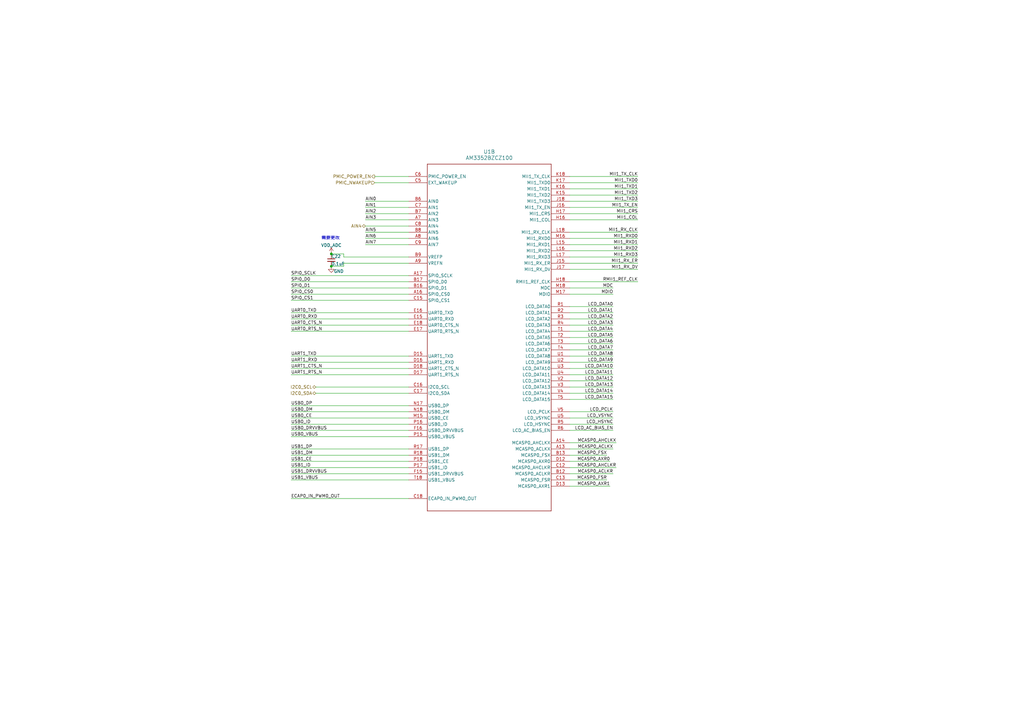
<source format=kicad_sch>
(kicad_sch
	(version 20250114)
	(generator "eeschema")
	(generator_version "9.0")
	(uuid "478ef2c7-0c42-490c-a7f7-0595cbf53945")
	(paper "A3")
	(lib_symbols
		(symbol "Device:C_Small"
			(pin_numbers
				(hide yes)
			)
			(pin_names
				(offset 0.254)
				(hide yes)
			)
			(exclude_from_sim no)
			(in_bom yes)
			(on_board yes)
			(property "Reference" "C"
				(at 0.254 1.778 0)
				(effects
					(font
						(size 1.27 1.27)
					)
					(justify left)
				)
			)
			(property "Value" "C_Small"
				(at 0.254 -2.032 0)
				(effects
					(font
						(size 1.27 1.27)
					)
					(justify left)
				)
			)
			(property "Footprint" ""
				(at 0 0 0)
				(effects
					(font
						(size 1.27 1.27)
					)
					(hide yes)
				)
			)
			(property "Datasheet" "~"
				(at 0 0 0)
				(effects
					(font
						(size 1.27 1.27)
					)
					(hide yes)
				)
			)
			(property "Description" "Unpolarized capacitor, small symbol"
				(at 0 0 0)
				(effects
					(font
						(size 1.27 1.27)
					)
					(hide yes)
				)
			)
			(property "ki_keywords" "capacitor cap"
				(at 0 0 0)
				(effects
					(font
						(size 1.27 1.27)
					)
					(hide yes)
				)
			)
			(property "ki_fp_filters" "C_*"
				(at 0 0 0)
				(effects
					(font
						(size 1.27 1.27)
					)
					(hide yes)
				)
			)
			(symbol "C_Small_0_1"
				(polyline
					(pts
						(xy -1.524 0.508) (xy 1.524 0.508)
					)
					(stroke
						(width 0.3048)
						(type default)
					)
					(fill
						(type none)
					)
				)
				(polyline
					(pts
						(xy -1.524 -0.508) (xy 1.524 -0.508)
					)
					(stroke
						(width 0.3302)
						(type default)
					)
					(fill
						(type none)
					)
				)
			)
			(symbol "C_Small_1_1"
				(pin passive line
					(at 0 2.54 270)
					(length 2.032)
					(name "~"
						(effects
							(font
								(size 1.27 1.27)
							)
						)
					)
					(number "1"
						(effects
							(font
								(size 1.27 1.27)
							)
						)
					)
				)
				(pin passive line
					(at 0 -2.54 90)
					(length 2.032)
					(name "~"
						(effects
							(font
								(size 1.27 1.27)
							)
						)
					)
					(number "2"
						(effects
							(font
								(size 1.27 1.27)
							)
						)
					)
				)
			)
			(embedded_fonts no)
		)
		(symbol "My_Library:AM3352BZCZ100"
			(pin_names
				(offset 0.254)
			)
			(exclude_from_sim no)
			(in_bom yes)
			(on_board yes)
			(property "Reference" "U"
				(at 0 2.54 0)
				(effects
					(font
						(size 1.524 1.524)
					)
				)
			)
			(property "Value" "AM3352BZCZ100"
				(at 0 0 0)
				(effects
					(font
						(size 1.524 1.524)
					)
				)
			)
			(property "Footprint" "My_Library:ZCZ0324A"
				(at 0 0 0)
				(effects
					(font
						(size 1.27 1.27)
						(italic yes)
					)
					(hide yes)
				)
			)
			(property "Datasheet" "https://www.ti.com/lit/gpn/am3352"
				(at 0 0 0)
				(effects
					(font
						(size 1.27 1.27)
						(italic yes)
					)
					(hide yes)
				)
			)
			(property "Description" ""
				(at 0 0 0)
				(effects
					(font
						(size 1.27 1.27)
					)
					(hide yes)
				)
			)
			(property "ki_locked" ""
				(at 0 0 0)
				(effects
					(font
						(size 1.27 1.27)
					)
				)
			)
			(property "ki_keywords" "AM3352BZCZ100"
				(at 0 0 0)
				(effects
					(font
						(size 1.27 1.27)
					)
					(hide yes)
				)
			)
			(property "ki_fp_filters" "ZCZ0324A"
				(at 0 0 0)
				(effects
					(font
						(size 1.27 1.27)
					)
					(hide yes)
				)
			)
			(symbol "AM3352BZCZ100_1_1"
				(polyline
					(pts
						(xy -30.48 91.44) (xy -30.48 -88.9)
					)
					(stroke
						(width 0.2032)
						(type default)
					)
					(fill
						(type none)
					)
				)
				(polyline
					(pts
						(xy -30.48 -88.9) (xy 30.48 -88.9)
					)
					(stroke
						(width 0.2032)
						(type default)
					)
					(fill
						(type none)
					)
				)
				(polyline
					(pts
						(xy 30.48 91.44) (xy -30.48 91.44)
					)
					(stroke
						(width 0.2032)
						(type default)
					)
					(fill
						(type none)
					)
				)
				(polyline
					(pts
						(xy 30.48 -88.9) (xy 30.48 91.44)
					)
					(stroke
						(width 0.2032)
						(type default)
					)
					(fill
						(type none)
					)
				)
				(pin input line
					(at -38.1 86.36 0)
					(length 7.62)
					(name "XTALIN"
						(effects
							(font
								(size 1.27 1.27)
							)
						)
					)
					(number "V10"
						(effects
							(font
								(size 1.27 1.27)
							)
						)
					)
				)
				(pin output line
					(at -38.1 81.28 0)
					(length 7.62)
					(name "XTALOUT"
						(effects
							(font
								(size 1.27 1.27)
							)
						)
					)
					(number "U11"
						(effects
							(font
								(size 1.27 1.27)
							)
						)
					)
				)
				(pin power_in line
					(at -38.1 78.74 0)
					(length 7.62)
					(name "VSS_OSC"
						(effects
							(font
								(size 1.27 1.27)
							)
						)
					)
					(number "V11"
						(effects
							(font
								(size 1.27 1.27)
							)
						)
					)
				)
				(pin input line
					(at -38.1 73.66 0)
					(length 7.62)
					(name "RTC_XTALIN"
						(effects
							(font
								(size 1.27 1.27)
							)
						)
					)
					(number "A6"
						(effects
							(font
								(size 1.27 1.27)
							)
						)
					)
				)
				(pin output line
					(at -38.1 68.58 0)
					(length 7.62)
					(name "RTC_XTALOUT"
						(effects
							(font
								(size 1.27 1.27)
							)
						)
					)
					(number "A4"
						(effects
							(font
								(size 1.27 1.27)
							)
						)
					)
				)
				(pin power_in line
					(at -38.1 66.04 0)
					(length 7.62)
					(name "VSS_RTC"
						(effects
							(font
								(size 1.27 1.27)
							)
						)
					)
					(number "A5"
						(effects
							(font
								(size 1.27 1.27)
							)
						)
					)
				)
				(pin output line
					(at -38.1 58.42 0)
					(length 7.62)
					(name "DDR_A0"
						(effects
							(font
								(size 1.27 1.27)
							)
						)
					)
					(number "F3"
						(effects
							(font
								(size 1.27 1.27)
							)
						)
					)
				)
				(pin output line
					(at -38.1 55.88 0)
					(length 7.62)
					(name "DDR_A1"
						(effects
							(font
								(size 1.27 1.27)
							)
						)
					)
					(number "H1"
						(effects
							(font
								(size 1.27 1.27)
							)
						)
					)
				)
				(pin output line
					(at -38.1 53.34 0)
					(length 7.62)
					(name "DDR_A2"
						(effects
							(font
								(size 1.27 1.27)
							)
						)
					)
					(number "E4"
						(effects
							(font
								(size 1.27 1.27)
							)
						)
					)
				)
				(pin output line
					(at -38.1 50.8 0)
					(length 7.62)
					(name "DDR_A3"
						(effects
							(font
								(size 1.27 1.27)
							)
						)
					)
					(number "C3"
						(effects
							(font
								(size 1.27 1.27)
							)
						)
					)
				)
				(pin output line
					(at -38.1 48.26 0)
					(length 7.62)
					(name "DDR_A4"
						(effects
							(font
								(size 1.27 1.27)
							)
						)
					)
					(number "C2"
						(effects
							(font
								(size 1.27 1.27)
							)
						)
					)
				)
				(pin output line
					(at -38.1 45.72 0)
					(length 7.62)
					(name "DDR_A5"
						(effects
							(font
								(size 1.27 1.27)
							)
						)
					)
					(number "B1"
						(effects
							(font
								(size 1.27 1.27)
							)
						)
					)
				)
				(pin output line
					(at -38.1 43.18 0)
					(length 7.62)
					(name "DDR_A6"
						(effects
							(font
								(size 1.27 1.27)
							)
						)
					)
					(number "D5"
						(effects
							(font
								(size 1.27 1.27)
							)
						)
					)
				)
				(pin output line
					(at -38.1 40.64 0)
					(length 7.62)
					(name "DDR_A7"
						(effects
							(font
								(size 1.27 1.27)
							)
						)
					)
					(number "E2"
						(effects
							(font
								(size 1.27 1.27)
							)
						)
					)
				)
				(pin output line
					(at -38.1 38.1 0)
					(length 7.62)
					(name "DDR_A8"
						(effects
							(font
								(size 1.27 1.27)
							)
						)
					)
					(number "D4"
						(effects
							(font
								(size 1.27 1.27)
							)
						)
					)
				)
				(pin output line
					(at -38.1 35.56 0)
					(length 7.62)
					(name "DDR_A9"
						(effects
							(font
								(size 1.27 1.27)
							)
						)
					)
					(number "C1"
						(effects
							(font
								(size 1.27 1.27)
							)
						)
					)
				)
				(pin output line
					(at -38.1 33.02 0)
					(length 7.62)
					(name "DDR_A10"
						(effects
							(font
								(size 1.27 1.27)
							)
						)
					)
					(number "F4"
						(effects
							(font
								(size 1.27 1.27)
							)
						)
					)
				)
				(pin output line
					(at -38.1 30.48 0)
					(length 7.62)
					(name "DDR_A11"
						(effects
							(font
								(size 1.27 1.27)
							)
						)
					)
					(number "F2"
						(effects
							(font
								(size 1.27 1.27)
							)
						)
					)
				)
				(pin output line
					(at -38.1 27.94 0)
					(length 7.62)
					(name "DDR_A12"
						(effects
							(font
								(size 1.27 1.27)
							)
						)
					)
					(number "E3"
						(effects
							(font
								(size 1.27 1.27)
							)
						)
					)
				)
				(pin output line
					(at -38.1 25.4 0)
					(length 7.62)
					(name "DDR_A13"
						(effects
							(font
								(size 1.27 1.27)
							)
						)
					)
					(number "H3"
						(effects
							(font
								(size 1.27 1.27)
							)
						)
					)
				)
				(pin output line
					(at -38.1 22.86 0)
					(length 7.62)
					(name "DDR_A14"
						(effects
							(font
								(size 1.27 1.27)
							)
						)
					)
					(number "H4"
						(effects
							(font
								(size 1.27 1.27)
							)
						)
					)
				)
				(pin output line
					(at -38.1 20.32 0)
					(length 7.62)
					(name "DDR_A15"
						(effects
							(font
								(size 1.27 1.27)
							)
						)
					)
					(number "D3"
						(effects
							(font
								(size 1.27 1.27)
							)
						)
					)
				)
				(pin output line
					(at -38.1 17.78 0)
					(length 7.62)
					(name "DDR_BA0"
						(effects
							(font
								(size 1.27 1.27)
							)
						)
					)
					(number "C4"
						(effects
							(font
								(size 1.27 1.27)
							)
						)
					)
				)
				(pin output line
					(at -38.1 15.24 0)
					(length 7.62)
					(name "DDR_BA1"
						(effects
							(font
								(size 1.27 1.27)
							)
						)
					)
					(number "E1"
						(effects
							(font
								(size 1.27 1.27)
							)
						)
					)
				)
				(pin output line
					(at -38.1 12.7 0)
					(length 7.62)
					(name "DDR_BA2"
						(effects
							(font
								(size 1.27 1.27)
							)
						)
					)
					(number "B3"
						(effects
							(font
								(size 1.27 1.27)
							)
						)
					)
				)
				(pin bidirectional line
					(at -38.1 7.62 0)
					(length 7.62)
					(name "DDR_D0"
						(effects
							(font
								(size 1.27 1.27)
							)
						)
					)
					(number "M3"
						(effects
							(font
								(size 1.27 1.27)
							)
						)
					)
				)
				(pin bidirectional line
					(at -38.1 5.08 0)
					(length 7.62)
					(name "DDR_D1"
						(effects
							(font
								(size 1.27 1.27)
							)
						)
					)
					(number "M4"
						(effects
							(font
								(size 1.27 1.27)
							)
						)
					)
				)
				(pin bidirectional line
					(at -38.1 2.54 0)
					(length 7.62)
					(name "DDR_D2"
						(effects
							(font
								(size 1.27 1.27)
							)
						)
					)
					(number "N1"
						(effects
							(font
								(size 1.27 1.27)
							)
						)
					)
				)
				(pin bidirectional line
					(at -38.1 0 0)
					(length 7.62)
					(name "DDR_D3"
						(effects
							(font
								(size 1.27 1.27)
							)
						)
					)
					(number "N2"
						(effects
							(font
								(size 1.27 1.27)
							)
						)
					)
				)
				(pin bidirectional line
					(at -38.1 -2.54 0)
					(length 7.62)
					(name "DDR_D4"
						(effects
							(font
								(size 1.27 1.27)
							)
						)
					)
					(number "N3"
						(effects
							(font
								(size 1.27 1.27)
							)
						)
					)
				)
				(pin bidirectional line
					(at -38.1 -5.08 0)
					(length 7.62)
					(name "DDR_D5"
						(effects
							(font
								(size 1.27 1.27)
							)
						)
					)
					(number "N4"
						(effects
							(font
								(size 1.27 1.27)
							)
						)
					)
				)
				(pin bidirectional line
					(at -38.1 -7.62 0)
					(length 7.62)
					(name "DDR_D6"
						(effects
							(font
								(size 1.27 1.27)
							)
						)
					)
					(number "P3"
						(effects
							(font
								(size 1.27 1.27)
							)
						)
					)
				)
				(pin bidirectional line
					(at -38.1 -10.16 0)
					(length 7.62)
					(name "DDR_D7"
						(effects
							(font
								(size 1.27 1.27)
							)
						)
					)
					(number "P4"
						(effects
							(font
								(size 1.27 1.27)
							)
						)
					)
				)
				(pin bidirectional line
					(at -38.1 -12.7 0)
					(length 7.62)
					(name "DDR_D8"
						(effects
							(font
								(size 1.27 1.27)
							)
						)
					)
					(number "J1"
						(effects
							(font
								(size 1.27 1.27)
							)
						)
					)
				)
				(pin bidirectional line
					(at -38.1 -15.24 0)
					(length 7.62)
					(name "DDR_D9"
						(effects
							(font
								(size 1.27 1.27)
							)
						)
					)
					(number "K1"
						(effects
							(font
								(size 1.27 1.27)
							)
						)
					)
				)
				(pin bidirectional line
					(at -38.1 -17.78 0)
					(length 7.62)
					(name "DDR_D10"
						(effects
							(font
								(size 1.27 1.27)
							)
						)
					)
					(number "K2"
						(effects
							(font
								(size 1.27 1.27)
							)
						)
					)
				)
				(pin bidirectional line
					(at -38.1 -20.32 0)
					(length 7.62)
					(name "DDR_D11"
						(effects
							(font
								(size 1.27 1.27)
							)
						)
					)
					(number "K3"
						(effects
							(font
								(size 1.27 1.27)
							)
						)
					)
				)
				(pin bidirectional line
					(at -38.1 -22.86 0)
					(length 7.62)
					(name "DDR_D12"
						(effects
							(font
								(size 1.27 1.27)
							)
						)
					)
					(number "K4"
						(effects
							(font
								(size 1.27 1.27)
							)
						)
					)
				)
				(pin bidirectional line
					(at -38.1 -25.4 0)
					(length 7.62)
					(name "DDR_D13"
						(effects
							(font
								(size 1.27 1.27)
							)
						)
					)
					(number "L3"
						(effects
							(font
								(size 1.27 1.27)
							)
						)
					)
				)
				(pin bidirectional line
					(at -38.1 -27.94 0)
					(length 7.62)
					(name "DDR_D14"
						(effects
							(font
								(size 1.27 1.27)
							)
						)
					)
					(number "L4"
						(effects
							(font
								(size 1.27 1.27)
							)
						)
					)
				)
				(pin bidirectional line
					(at -38.1 -30.48 0)
					(length 7.62)
					(name "DDR_D15"
						(effects
							(font
								(size 1.27 1.27)
							)
						)
					)
					(number "M1"
						(effects
							(font
								(size 1.27 1.27)
							)
						)
					)
				)
				(pin output line
					(at -38.1 -35.56 0)
					(length 7.62)
					(name "DDR_CK"
						(effects
							(font
								(size 1.27 1.27)
							)
						)
					)
					(number "D2"
						(effects
							(font
								(size 1.27 1.27)
							)
						)
					)
				)
				(pin output line
					(at -38.1 -38.1 0)
					(length 7.62)
					(name "DDR_CK_N"
						(effects
							(font
								(size 1.27 1.27)
							)
						)
					)
					(number "D1"
						(effects
							(font
								(size 1.27 1.27)
							)
						)
					)
				)
				(pin output line
					(at -38.1 -40.64 0)
					(length 7.62)
					(name "DDR_CKE"
						(effects
							(font
								(size 1.27 1.27)
							)
						)
					)
					(number "G3"
						(effects
							(font
								(size 1.27 1.27)
							)
						)
					)
				)
				(pin output line
					(at -38.1 -43.18 0)
					(length 7.62)
					(name "DDR_CS0_N"
						(effects
							(font
								(size 1.27 1.27)
							)
						)
					)
					(number "H2"
						(effects
							(font
								(size 1.27 1.27)
							)
						)
					)
				)
				(pin output line
					(at -38.1 -45.72 0)
					(length 7.62)
					(name "DDR_CAS_N"
						(effects
							(font
								(size 1.27 1.27)
							)
						)
					)
					(number "F1"
						(effects
							(font
								(size 1.27 1.27)
							)
						)
					)
				)
				(pin output line
					(at -38.1 -48.26 0)
					(length 7.62)
					(name "DDR_RAS_N"
						(effects
							(font
								(size 1.27 1.27)
							)
						)
					)
					(number "G4"
						(effects
							(font
								(size 1.27 1.27)
							)
						)
					)
				)
				(pin output line
					(at -38.1 -50.8 0)
					(length 7.62)
					(name "DDR_WE_N"
						(effects
							(font
								(size 1.27 1.27)
							)
						)
					)
					(number "B2"
						(effects
							(font
								(size 1.27 1.27)
							)
						)
					)
				)
				(pin output line
					(at -38.1 -55.88 0)
					(length 7.62)
					(name "DDR_DQM0"
						(effects
							(font
								(size 1.27 1.27)
							)
						)
					)
					(number "M2"
						(effects
							(font
								(size 1.27 1.27)
							)
						)
					)
				)
				(pin bidirectional line
					(at -38.1 -58.42 0)
					(length 7.62)
					(name "DDR_DQS0"
						(effects
							(font
								(size 1.27 1.27)
							)
						)
					)
					(number "P1"
						(effects
							(font
								(size 1.27 1.27)
							)
						)
					)
				)
				(pin bidirectional line
					(at -38.1 -60.96 0)
					(length 7.62)
					(name "DDR_DQS0_N"
						(effects
							(font
								(size 1.27 1.27)
							)
						)
					)
					(number "P2"
						(effects
							(font
								(size 1.27 1.27)
							)
						)
					)
				)
				(pin output line
					(at -38.1 -63.5 0)
					(length 7.62)
					(name "DDR_DQM1"
						(effects
							(font
								(size 1.27 1.27)
							)
						)
					)
					(number "J2"
						(effects
							(font
								(size 1.27 1.27)
							)
						)
					)
				)
				(pin bidirectional line
					(at -38.1 -66.04 0)
					(length 7.62)
					(name "DDR_DQS1"
						(effects
							(font
								(size 1.27 1.27)
							)
						)
					)
					(number "L1"
						(effects
							(font
								(size 1.27 1.27)
							)
						)
					)
				)
				(pin bidirectional line
					(at -38.1 -68.58 0)
					(length 7.62)
					(name "DDR_DQS1_N"
						(effects
							(font
								(size 1.27 1.27)
							)
						)
					)
					(number "L2"
						(effects
							(font
								(size 1.27 1.27)
							)
						)
					)
				)
				(pin output line
					(at -38.1 -73.66 0)
					(length 7.62)
					(name "DDR_ODT"
						(effects
							(font
								(size 1.27 1.27)
							)
						)
					)
					(number "G1"
						(effects
							(font
								(size 1.27 1.27)
							)
						)
					)
				)
				(pin output line
					(at -38.1 -76.2 0)
					(length 7.62)
					(name "DDR_RESET_N"
						(effects
							(font
								(size 1.27 1.27)
							)
						)
					)
					(number "G2"
						(effects
							(font
								(size 1.27 1.27)
							)
						)
					)
				)
				(pin power_in line
					(at -38.1 -78.74 0)
					(length 7.62)
					(name "DDR_VTP"
						(effects
							(font
								(size 1.27 1.27)
							)
						)
					)
					(number "J3"
						(effects
							(font
								(size 1.27 1.27)
							)
						)
					)
				)
				(pin power_in line
					(at -38.1 -83.82 0)
					(length 7.62)
					(name "DDR_VREF"
						(effects
							(font
								(size 1.27 1.27)
							)
						)
					)
					(number "J4"
						(effects
							(font
								(size 1.27 1.27)
							)
						)
					)
				)
				(pin input line
					(at 38.1 86.36 180)
					(length 7.62)
					(name "PWRONRST_N"
						(effects
							(font
								(size 1.27 1.27)
							)
						)
					)
					(number "B15"
						(effects
							(font
								(size 1.27 1.27)
							)
						)
					)
				)
				(pin bidirectional line
					(at 38.1 83.82 180)
					(length 7.62)
					(name "WARMRST_N"
						(effects
							(font
								(size 1.27 1.27)
							)
						)
					)
					(number "A10"
						(effects
							(font
								(size 1.27 1.27)
							)
						)
					)
				)
				(pin input line
					(at 38.1 81.28 180)
					(length 7.62)
					(name "RTC_PWRONRST_N"
						(effects
							(font
								(size 1.27 1.27)
							)
						)
					)
					(number "B5"
						(effects
							(font
								(size 1.27 1.27)
							)
						)
					)
				)
				(pin input line
					(at 38.1 76.2 180)
					(length 7.62)
					(name "EXTINT_N"
						(effects
							(font
								(size 1.27 1.27)
							)
						)
					)
					(number "B18"
						(effects
							(font
								(size 1.27 1.27)
							)
						)
					)
				)
				(pin input line
					(at 38.1 73.66 180)
					(length 7.62)
					(name "XDMA_EVENT_INTR0"
						(effects
							(font
								(size 1.27 1.27)
							)
						)
					)
					(number "A15"
						(effects
							(font
								(size 1.27 1.27)
							)
						)
					)
				)
				(pin input line
					(at 38.1 71.12 180)
					(length 7.62)
					(name "XDMA_EVENT_INTR1"
						(effects
							(font
								(size 1.27 1.27)
							)
						)
					)
					(number "D14"
						(effects
							(font
								(size 1.27 1.27)
							)
						)
					)
				)
				(pin input line
					(at 38.1 63.5 180)
					(length 7.62)
					(name "TRST_N"
						(effects
							(font
								(size 1.27 1.27)
							)
						)
					)
					(number "B10"
						(effects
							(font
								(size 1.27 1.27)
							)
						)
					)
				)
				(pin input line
					(at 38.1 60.96 180)
					(length 7.62)
					(name "TMS"
						(effects
							(font
								(size 1.27 1.27)
							)
						)
					)
					(number "C11"
						(effects
							(font
								(size 1.27 1.27)
							)
						)
					)
				)
				(pin input line
					(at 38.1 58.42 180)
					(length 7.62)
					(name "TDI"
						(effects
							(font
								(size 1.27 1.27)
							)
						)
					)
					(number "B11"
						(effects
							(font
								(size 1.27 1.27)
							)
						)
					)
				)
				(pin input line
					(at 38.1 55.88 180)
					(length 7.62)
					(name "TCK"
						(effects
							(font
								(size 1.27 1.27)
							)
						)
					)
					(number "A12"
						(effects
							(font
								(size 1.27 1.27)
							)
						)
					)
				)
				(pin output line
					(at 38.1 53.34 180)
					(length 7.62)
					(name "TDO"
						(effects
							(font
								(size 1.27 1.27)
							)
						)
					)
					(number "A11"
						(effects
							(font
								(size 1.27 1.27)
							)
						)
					)
				)
				(pin bidirectional line
					(at 38.1 50.8 180)
					(length 7.62)
					(name "EMU0"
						(effects
							(font
								(size 1.27 1.27)
							)
						)
					)
					(number "C14"
						(effects
							(font
								(size 1.27 1.27)
							)
						)
					)
				)
				(pin bidirectional line
					(at 38.1 48.26 180)
					(length 7.62)
					(name "EMU1"
						(effects
							(font
								(size 1.27 1.27)
							)
						)
					)
					(number "B14"
						(effects
							(font
								(size 1.27 1.27)
							)
						)
					)
				)
				(pin bidirectional line
					(at 38.1 43.18 180)
					(length 7.62)
					(name "GPMC_CLK"
						(effects
							(font
								(size 1.27 1.27)
							)
						)
					)
					(number "V12"
						(effects
							(font
								(size 1.27 1.27)
							)
						)
					)
				)
				(pin bidirectional line
					(at 38.1 40.64 180)
					(length 7.62)
					(name "GPMC_CS0_N"
						(effects
							(font
								(size 1.27 1.27)
							)
						)
					)
					(number "V6"
						(effects
							(font
								(size 1.27 1.27)
							)
						)
					)
				)
				(pin bidirectional line
					(at 38.1 38.1 180)
					(length 7.62)
					(name "GPMC_CS1_N"
						(effects
							(font
								(size 1.27 1.27)
							)
						)
					)
					(number "U9"
						(effects
							(font
								(size 1.27 1.27)
							)
						)
					)
				)
				(pin bidirectional line
					(at 38.1 35.56 180)
					(length 7.62)
					(name "GPMC_CS2_N"
						(effects
							(font
								(size 1.27 1.27)
							)
						)
					)
					(number "V9"
						(effects
							(font
								(size 1.27 1.27)
							)
						)
					)
				)
				(pin bidirectional line
					(at 38.1 33.02 180)
					(length 7.62)
					(name "GPMC_CS3_N"
						(effects
							(font
								(size 1.27 1.27)
							)
						)
					)
					(number "T13"
						(effects
							(font
								(size 1.27 1.27)
							)
						)
					)
				)
				(pin bidirectional line
					(at 38.1 30.48 180)
					(length 7.62)
					(name "GPMC_WE_N"
						(effects
							(font
								(size 1.27 1.27)
							)
						)
					)
					(number "U6"
						(effects
							(font
								(size 1.27 1.27)
							)
						)
					)
				)
				(pin bidirectional line
					(at 38.1 27.94 180)
					(length 7.62)
					(name "GPMC_OEN_RE_N"
						(effects
							(font
								(size 1.27 1.27)
							)
						)
					)
					(number "T7"
						(effects
							(font
								(size 1.27 1.27)
							)
						)
					)
				)
				(pin bidirectional line
					(at 38.1 25.4 180)
					(length 7.62)
					(name "GPMC_ADV_ALE_N"
						(effects
							(font
								(size 1.27 1.27)
							)
						)
					)
					(number "R7"
						(effects
							(font
								(size 1.27 1.27)
							)
						)
					)
				)
				(pin bidirectional line
					(at 38.1 22.86 180)
					(length 7.62)
					(name "GPMC_BE0_CLE_N"
						(effects
							(font
								(size 1.27 1.27)
							)
						)
					)
					(number "T6"
						(effects
							(font
								(size 1.27 1.27)
							)
						)
					)
				)
				(pin bidirectional line
					(at 38.1 20.32 180)
					(length 7.62)
					(name "GPMC_BE1_N"
						(effects
							(font
								(size 1.27 1.27)
							)
						)
					)
					(number "U18"
						(effects
							(font
								(size 1.27 1.27)
							)
						)
					)
				)
				(pin bidirectional line
					(at 38.1 17.78 180)
					(length 7.62)
					(name "GPMC_WAIT0"
						(effects
							(font
								(size 1.27 1.27)
							)
						)
					)
					(number "T17"
						(effects
							(font
								(size 1.27 1.27)
							)
						)
					)
				)
				(pin bidirectional line
					(at 38.1 15.24 180)
					(length 7.62)
					(name "GPMC_WP_N"
						(effects
							(font
								(size 1.27 1.27)
							)
						)
					)
					(number "U17"
						(effects
							(font
								(size 1.27 1.27)
							)
						)
					)
				)
				(pin bidirectional line
					(at 38.1 10.16 180)
					(length 7.62)
					(name "GPMC_AD0"
						(effects
							(font
								(size 1.27 1.27)
							)
						)
					)
					(number "U7"
						(effects
							(font
								(size 1.27 1.27)
							)
						)
					)
				)
				(pin bidirectional line
					(at 38.1 7.62 180)
					(length 7.62)
					(name "GPMC_AD1"
						(effects
							(font
								(size 1.27 1.27)
							)
						)
					)
					(number "V7"
						(effects
							(font
								(size 1.27 1.27)
							)
						)
					)
				)
				(pin bidirectional line
					(at 38.1 5.08 180)
					(length 7.62)
					(name "GPMC_AD2"
						(effects
							(font
								(size 1.27 1.27)
							)
						)
					)
					(number "R8"
						(effects
							(font
								(size 1.27 1.27)
							)
						)
					)
				)
				(pin bidirectional line
					(at 38.1 2.54 180)
					(length 7.62)
					(name "GPMC_AD3"
						(effects
							(font
								(size 1.27 1.27)
							)
						)
					)
					(number "T8"
						(effects
							(font
								(size 1.27 1.27)
							)
						)
					)
				)
				(pin bidirectional line
					(at 38.1 0 180)
					(length 7.62)
					(name "GPMC_AD4"
						(effects
							(font
								(size 1.27 1.27)
							)
						)
					)
					(number "U8"
						(effects
							(font
								(size 1.27 1.27)
							)
						)
					)
				)
				(pin bidirectional line
					(at 38.1 -2.54 180)
					(length 7.62)
					(name "GPMC_AD5"
						(effects
							(font
								(size 1.27 1.27)
							)
						)
					)
					(number "V8"
						(effects
							(font
								(size 1.27 1.27)
							)
						)
					)
				)
				(pin bidirectional line
					(at 38.1 -5.08 180)
					(length 7.62)
					(name "GPMC_AD6"
						(effects
							(font
								(size 1.27 1.27)
							)
						)
					)
					(number "R9"
						(effects
							(font
								(size 1.27 1.27)
							)
						)
					)
				)
				(pin bidirectional line
					(at 38.1 -7.62 180)
					(length 7.62)
					(name "GPMC_AD7"
						(effects
							(font
								(size 1.27 1.27)
							)
						)
					)
					(number "T9"
						(effects
							(font
								(size 1.27 1.27)
							)
						)
					)
				)
				(pin bidirectional line
					(at 38.1 -10.16 180)
					(length 7.62)
					(name "GPMC_AD8"
						(effects
							(font
								(size 1.27 1.27)
							)
						)
					)
					(number "U10"
						(effects
							(font
								(size 1.27 1.27)
							)
						)
					)
				)
				(pin bidirectional line
					(at 38.1 -12.7 180)
					(length 7.62)
					(name "GPMC_AD9"
						(effects
							(font
								(size 1.27 1.27)
							)
						)
					)
					(number "T10"
						(effects
							(font
								(size 1.27 1.27)
							)
						)
					)
				)
				(pin bidirectional line
					(at 38.1 -15.24 180)
					(length 7.62)
					(name "GPMC_AD10"
						(effects
							(font
								(size 1.27 1.27)
							)
						)
					)
					(number "T11"
						(effects
							(font
								(size 1.27 1.27)
							)
						)
					)
				)
				(pin bidirectional line
					(at 38.1 -17.78 180)
					(length 7.62)
					(name "GPMC_AD11"
						(effects
							(font
								(size 1.27 1.27)
							)
						)
					)
					(number "U12"
						(effects
							(font
								(size 1.27 1.27)
							)
						)
					)
				)
				(pin bidirectional line
					(at 38.1 -20.32 180)
					(length 7.62)
					(name "GPMC_AD12"
						(effects
							(font
								(size 1.27 1.27)
							)
						)
					)
					(number "T12"
						(effects
							(font
								(size 1.27 1.27)
							)
						)
					)
				)
				(pin bidirectional line
					(at 38.1 -22.86 180)
					(length 7.62)
					(name "GPMC_AD13"
						(effects
							(font
								(size 1.27 1.27)
							)
						)
					)
					(number "R12"
						(effects
							(font
								(size 1.27 1.27)
							)
						)
					)
				)
				(pin bidirectional line
					(at 38.1 -25.4 180)
					(length 7.62)
					(name "GPMC_AD14"
						(effects
							(font
								(size 1.27 1.27)
							)
						)
					)
					(number "V13"
						(effects
							(font
								(size 1.27 1.27)
							)
						)
					)
				)
				(pin bidirectional line
					(at 38.1 -27.94 180)
					(length 7.62)
					(name "GPMC_AD15"
						(effects
							(font
								(size 1.27 1.27)
							)
						)
					)
					(number "U13"
						(effects
							(font
								(size 1.27 1.27)
							)
						)
					)
				)
				(pin bidirectional line
					(at 38.1 -33.02 180)
					(length 7.62)
					(name "GPMC_A0"
						(effects
							(font
								(size 1.27 1.27)
							)
						)
					)
					(number "R13"
						(effects
							(font
								(size 1.27 1.27)
							)
						)
					)
				)
				(pin bidirectional line
					(at 38.1 -35.56 180)
					(length 7.62)
					(name "GPMC_A1"
						(effects
							(font
								(size 1.27 1.27)
							)
						)
					)
					(number "V14"
						(effects
							(font
								(size 1.27 1.27)
							)
						)
					)
				)
				(pin bidirectional line
					(at 38.1 -38.1 180)
					(length 7.62)
					(name "GPMC_A2"
						(effects
							(font
								(size 1.27 1.27)
							)
						)
					)
					(number "U14"
						(effects
							(font
								(size 1.27 1.27)
							)
						)
					)
				)
				(pin bidirectional line
					(at 38.1 -40.64 180)
					(length 7.62)
					(name "GPMC_A3"
						(effects
							(font
								(size 1.27 1.27)
							)
						)
					)
					(number "T14"
						(effects
							(font
								(size 1.27 1.27)
							)
						)
					)
				)
				(pin bidirectional line
					(at 38.1 -43.18 180)
					(length 7.62)
					(name "GPMC_A4"
						(effects
							(font
								(size 1.27 1.27)
							)
						)
					)
					(number "R14"
						(effects
							(font
								(size 1.27 1.27)
							)
						)
					)
				)
				(pin bidirectional line
					(at 38.1 -45.72 180)
					(length 7.62)
					(name "GPMC_A5"
						(effects
							(font
								(size 1.27 1.27)
							)
						)
					)
					(number "V15"
						(effects
							(font
								(size 1.27 1.27)
							)
						)
					)
				)
				(pin bidirectional line
					(at 38.1 -48.26 180)
					(length 7.62)
					(name "GPMC_A6"
						(effects
							(font
								(size 1.27 1.27)
							)
						)
					)
					(number "U15"
						(effects
							(font
								(size 1.27 1.27)
							)
						)
					)
				)
				(pin bidirectional line
					(at 38.1 -50.8 180)
					(length 7.62)
					(name "GPMC_A7"
						(effects
							(font
								(size 1.27 1.27)
							)
						)
					)
					(number "T15"
						(effects
							(font
								(size 1.27 1.27)
							)
						)
					)
				)
				(pin bidirectional line
					(at 38.1 -53.34 180)
					(length 7.62)
					(name "GPMC_A8"
						(effects
							(font
								(size 1.27 1.27)
							)
						)
					)
					(number "V16"
						(effects
							(font
								(size 1.27 1.27)
							)
						)
					)
				)
				(pin bidirectional line
					(at 38.1 -55.88 180)
					(length 7.62)
					(name "GPMC_A9"
						(effects
							(font
								(size 1.27 1.27)
							)
						)
					)
					(number "U16"
						(effects
							(font
								(size 1.27 1.27)
							)
						)
					)
				)
				(pin bidirectional line
					(at 38.1 -58.42 180)
					(length 7.62)
					(name "GPMC_A10"
						(effects
							(font
								(size 1.27 1.27)
							)
						)
					)
					(number "T16"
						(effects
							(font
								(size 1.27 1.27)
							)
						)
					)
				)
				(pin bidirectional line
					(at 38.1 -60.96 180)
					(length 7.62)
					(name "GPMC_A11"
						(effects
							(font
								(size 1.27 1.27)
							)
						)
					)
					(number "V17"
						(effects
							(font
								(size 1.27 1.27)
							)
						)
					)
				)
				(pin bidirectional line
					(at 38.1 -68.58 180)
					(length 7.62)
					(name "MMC0_CMD"
						(effects
							(font
								(size 1.27 1.27)
							)
						)
					)
					(number "G18"
						(effects
							(font
								(size 1.27 1.27)
							)
						)
					)
				)
				(pin bidirectional line
					(at 38.1 -71.12 180)
					(length 7.62)
					(name "MMC0_CLK"
						(effects
							(font
								(size 1.27 1.27)
							)
						)
					)
					(number "G17"
						(effects
							(font
								(size 1.27 1.27)
							)
						)
					)
				)
				(pin bidirectional line
					(at 38.1 -73.66 180)
					(length 7.62)
					(name "MMC0_DAT0"
						(effects
							(font
								(size 1.27 1.27)
							)
						)
					)
					(number "G16"
						(effects
							(font
								(size 1.27 1.27)
							)
						)
					)
				)
				(pin bidirectional line
					(at 38.1 -76.2 180)
					(length 7.62)
					(name "MMC0_DAT1"
						(effects
							(font
								(size 1.27 1.27)
							)
						)
					)
					(number "G15"
						(effects
							(font
								(size 1.27 1.27)
							)
						)
					)
				)
				(pin bidirectional line
					(at 38.1 -78.74 180)
					(length 7.62)
					(name "MMC0_DAT2"
						(effects
							(font
								(size 1.27 1.27)
							)
						)
					)
					(number "F18"
						(effects
							(font
								(size 1.27 1.27)
							)
						)
					)
				)
				(pin bidirectional line
					(at 38.1 -81.28 180)
					(length 7.62)
					(name "MMC0_DAT3"
						(effects
							(font
								(size 1.27 1.27)
							)
						)
					)
					(number "F17"
						(effects
							(font
								(size 1.27 1.27)
							)
						)
					)
				)
			)
			(symbol "AM3352BZCZ100_2_1"
				(polyline
					(pts
						(xy -25.4 71.12) (xy -25.4 -71.12)
					)
					(stroke
						(width 0.2032)
						(type default)
					)
					(fill
						(type none)
					)
				)
				(polyline
					(pts
						(xy -25.4 -71.12) (xy 25.4 -71.12)
					)
					(stroke
						(width 0.2032)
						(type default)
					)
					(fill
						(type none)
					)
				)
				(polyline
					(pts
						(xy 25.4 71.12) (xy -25.4 71.12)
					)
					(stroke
						(width 0.2032)
						(type default)
					)
					(fill
						(type none)
					)
				)
				(polyline
					(pts
						(xy 25.4 -71.12) (xy 25.4 71.12)
					)
					(stroke
						(width 0.2032)
						(type default)
					)
					(fill
						(type none)
					)
				)
				(pin output line
					(at -33.02 66.04 0)
					(length 7.62)
					(name "PMIC_POWER_EN"
						(effects
							(font
								(size 1.27 1.27)
							)
						)
					)
					(number "C6"
						(effects
							(font
								(size 1.27 1.27)
							)
						)
					)
				)
				(pin input line
					(at -33.02 63.5 0)
					(length 7.62)
					(name "EXT_WAKEUP"
						(effects
							(font
								(size 1.27 1.27)
							)
						)
					)
					(number "C5"
						(effects
							(font
								(size 1.27 1.27)
							)
						)
					)
				)
				(pin bidirectional line
					(at -33.02 55.88 0)
					(length 7.62)
					(name "AIN0"
						(effects
							(font
								(size 1.27 1.27)
							)
						)
					)
					(number "B6"
						(effects
							(font
								(size 1.27 1.27)
							)
						)
					)
				)
				(pin bidirectional line
					(at -33.02 53.34 0)
					(length 7.62)
					(name "AIN1"
						(effects
							(font
								(size 1.27 1.27)
							)
						)
					)
					(number "C7"
						(effects
							(font
								(size 1.27 1.27)
							)
						)
					)
				)
				(pin bidirectional line
					(at -33.02 50.8 0)
					(length 7.62)
					(name "AIN2"
						(effects
							(font
								(size 1.27 1.27)
							)
						)
					)
					(number "B7"
						(effects
							(font
								(size 1.27 1.27)
							)
						)
					)
				)
				(pin bidirectional line
					(at -33.02 48.26 0)
					(length 7.62)
					(name "AIN3"
						(effects
							(font
								(size 1.27 1.27)
							)
						)
					)
					(number "A7"
						(effects
							(font
								(size 1.27 1.27)
							)
						)
					)
				)
				(pin bidirectional line
					(at -33.02 45.72 0)
					(length 7.62)
					(name "AIN4"
						(effects
							(font
								(size 1.27 1.27)
							)
						)
					)
					(number "C8"
						(effects
							(font
								(size 1.27 1.27)
							)
						)
					)
				)
				(pin input line
					(at -33.02 43.18 0)
					(length 7.62)
					(name "AIN5"
						(effects
							(font
								(size 1.27 1.27)
							)
						)
					)
					(number "B8"
						(effects
							(font
								(size 1.27 1.27)
							)
						)
					)
				)
				(pin input line
					(at -33.02 40.64 0)
					(length 7.62)
					(name "AIN6"
						(effects
							(font
								(size 1.27 1.27)
							)
						)
					)
					(number "A8"
						(effects
							(font
								(size 1.27 1.27)
							)
						)
					)
				)
				(pin input line
					(at -33.02 38.1 0)
					(length 7.62)
					(name "AIN7"
						(effects
							(font
								(size 1.27 1.27)
							)
						)
					)
					(number "C9"
						(effects
							(font
								(size 1.27 1.27)
							)
						)
					)
				)
				(pin power_in line
					(at -33.02 33.02 0)
					(length 7.62)
					(name "VREFP"
						(effects
							(font
								(size 1.27 1.27)
							)
						)
					)
					(number "B9"
						(effects
							(font
								(size 1.27 1.27)
							)
						)
					)
				)
				(pin power_in line
					(at -33.02 30.48 0)
					(length 7.62)
					(name "VREFN"
						(effects
							(font
								(size 1.27 1.27)
							)
						)
					)
					(number "A9"
						(effects
							(font
								(size 1.27 1.27)
							)
						)
					)
				)
				(pin bidirectional line
					(at -33.02 25.4 0)
					(length 7.62)
					(name "SPI0_SCLK"
						(effects
							(font
								(size 1.27 1.27)
							)
						)
					)
					(number "A17"
						(effects
							(font
								(size 1.27 1.27)
							)
						)
					)
				)
				(pin bidirectional line
					(at -33.02 22.86 0)
					(length 7.62)
					(name "SPI0_D0"
						(effects
							(font
								(size 1.27 1.27)
							)
						)
					)
					(number "B17"
						(effects
							(font
								(size 1.27 1.27)
							)
						)
					)
				)
				(pin bidirectional line
					(at -33.02 20.32 0)
					(length 7.62)
					(name "SPI0_D1"
						(effects
							(font
								(size 1.27 1.27)
							)
						)
					)
					(number "B16"
						(effects
							(font
								(size 1.27 1.27)
							)
						)
					)
				)
				(pin bidirectional line
					(at -33.02 17.78 0)
					(length 7.62)
					(name "SPI0_CS0"
						(effects
							(font
								(size 1.27 1.27)
							)
						)
					)
					(number "A16"
						(effects
							(font
								(size 1.27 1.27)
							)
						)
					)
				)
				(pin bidirectional line
					(at -33.02 15.24 0)
					(length 7.62)
					(name "SPI0_CS1"
						(effects
							(font
								(size 1.27 1.27)
							)
						)
					)
					(number "C15"
						(effects
							(font
								(size 1.27 1.27)
							)
						)
					)
				)
				(pin bidirectional line
					(at -33.02 10.16 0)
					(length 7.62)
					(name "UART0_TXD"
						(effects
							(font
								(size 1.27 1.27)
							)
						)
					)
					(number "E16"
						(effects
							(font
								(size 1.27 1.27)
							)
						)
					)
				)
				(pin bidirectional line
					(at -33.02 7.62 0)
					(length 7.62)
					(name "UART0_RXD"
						(effects
							(font
								(size 1.27 1.27)
							)
						)
					)
					(number "E15"
						(effects
							(font
								(size 1.27 1.27)
							)
						)
					)
				)
				(pin bidirectional line
					(at -33.02 5.08 0)
					(length 7.62)
					(name "UART0_CTS_N"
						(effects
							(font
								(size 1.27 1.27)
							)
						)
					)
					(number "E18"
						(effects
							(font
								(size 1.27 1.27)
							)
						)
					)
				)
				(pin bidirectional line
					(at -33.02 2.54 0)
					(length 7.62)
					(name "UART0_RTS_N"
						(effects
							(font
								(size 1.27 1.27)
							)
						)
					)
					(number "E17"
						(effects
							(font
								(size 1.27 1.27)
							)
						)
					)
				)
				(pin bidirectional line
					(at -33.02 -7.62 0)
					(length 7.62)
					(name "UART1_TXD"
						(effects
							(font
								(size 1.27 1.27)
							)
						)
					)
					(number "D15"
						(effects
							(font
								(size 1.27 1.27)
							)
						)
					)
				)
				(pin bidirectional line
					(at -33.02 -10.16 0)
					(length 7.62)
					(name "UART1_RXD"
						(effects
							(font
								(size 1.27 1.27)
							)
						)
					)
					(number "D16"
						(effects
							(font
								(size 1.27 1.27)
							)
						)
					)
				)
				(pin bidirectional line
					(at -33.02 -12.7 0)
					(length 7.62)
					(name "UART1_CTS_N"
						(effects
							(font
								(size 1.27 1.27)
							)
						)
					)
					(number "D18"
						(effects
							(font
								(size 1.27 1.27)
							)
						)
					)
				)
				(pin bidirectional line
					(at -33.02 -15.24 0)
					(length 7.62)
					(name "UART1_RTS_N"
						(effects
							(font
								(size 1.27 1.27)
							)
						)
					)
					(number "D17"
						(effects
							(font
								(size 1.27 1.27)
							)
						)
					)
				)
				(pin bidirectional line
					(at -33.02 -20.32 0)
					(length 7.62)
					(name "I2C0_SCL"
						(effects
							(font
								(size 1.27 1.27)
							)
						)
					)
					(number "C16"
						(effects
							(font
								(size 1.27 1.27)
							)
						)
					)
				)
				(pin bidirectional line
					(at -33.02 -22.86 0)
					(length 7.62)
					(name "I2C0_SDA"
						(effects
							(font
								(size 1.27 1.27)
							)
						)
					)
					(number "C17"
						(effects
							(font
								(size 1.27 1.27)
							)
						)
					)
				)
				(pin output line
					(at -33.02 -27.94 0)
					(length 7.62)
					(name "USB0_DP"
						(effects
							(font
								(size 1.27 1.27)
							)
						)
					)
					(number "N17"
						(effects
							(font
								(size 1.27 1.27)
							)
						)
					)
				)
				(pin output line
					(at -33.02 -30.48 0)
					(length 7.62)
					(name "USB0_DM"
						(effects
							(font
								(size 1.27 1.27)
							)
						)
					)
					(number "N18"
						(effects
							(font
								(size 1.27 1.27)
							)
						)
					)
				)
				(pin output line
					(at -33.02 -33.02 0)
					(length 7.62)
					(name "USB0_CE"
						(effects
							(font
								(size 1.27 1.27)
							)
						)
					)
					(number "M15"
						(effects
							(font
								(size 1.27 1.27)
							)
						)
					)
				)
				(pin input line
					(at -33.02 -35.56 0)
					(length 7.62)
					(name "USB0_ID"
						(effects
							(font
								(size 1.27 1.27)
							)
						)
					)
					(number "P16"
						(effects
							(font
								(size 1.27 1.27)
							)
						)
					)
				)
				(pin bidirectional line
					(at -33.02 -38.1 0)
					(length 7.62)
					(name "USB0_DRVVBUS"
						(effects
							(font
								(size 1.27 1.27)
							)
						)
					)
					(number "F16"
						(effects
							(font
								(size 1.27 1.27)
							)
						)
					)
				)
				(pin power_in line
					(at -33.02 -40.64 0)
					(length 7.62)
					(name "USB0_VBUS"
						(effects
							(font
								(size 1.27 1.27)
							)
						)
					)
					(number "P15"
						(effects
							(font
								(size 1.27 1.27)
							)
						)
					)
				)
				(pin output line
					(at -33.02 -45.72 0)
					(length 7.62)
					(name "USB1_DP"
						(effects
							(font
								(size 1.27 1.27)
							)
						)
					)
					(number "R17"
						(effects
							(font
								(size 1.27 1.27)
							)
						)
					)
				)
				(pin output line
					(at -33.02 -48.26 0)
					(length 7.62)
					(name "USB1_DM"
						(effects
							(font
								(size 1.27 1.27)
							)
						)
					)
					(number "R18"
						(effects
							(font
								(size 1.27 1.27)
							)
						)
					)
				)
				(pin output line
					(at -33.02 -50.8 0)
					(length 7.62)
					(name "USB1_CE"
						(effects
							(font
								(size 1.27 1.27)
							)
						)
					)
					(number "P18"
						(effects
							(font
								(size 1.27 1.27)
							)
						)
					)
				)
				(pin input line
					(at -33.02 -53.34 0)
					(length 7.62)
					(name "USB1_ID"
						(effects
							(font
								(size 1.27 1.27)
							)
						)
					)
					(number "P17"
						(effects
							(font
								(size 1.27 1.27)
							)
						)
					)
				)
				(pin bidirectional line
					(at -33.02 -55.88 0)
					(length 7.62)
					(name "USB1_DRVVBUS"
						(effects
							(font
								(size 1.27 1.27)
							)
						)
					)
					(number "F15"
						(effects
							(font
								(size 1.27 1.27)
							)
						)
					)
				)
				(pin power_in line
					(at -33.02 -58.42 0)
					(length 7.62)
					(name "USB1_VBUS"
						(effects
							(font
								(size 1.27 1.27)
							)
						)
					)
					(number "T18"
						(effects
							(font
								(size 1.27 1.27)
							)
						)
					)
				)
				(pin bidirectional line
					(at -33.02 -66.04 0)
					(length 7.62)
					(name "ECAP0_IN_PWM0_OUT"
						(effects
							(font
								(size 1.27 1.27)
							)
						)
					)
					(number "C18"
						(effects
							(font
								(size 1.27 1.27)
							)
						)
					)
				)
				(pin bidirectional line
					(at 33.02 66.04 180)
					(length 7.62)
					(name "MII1_TX_CLK"
						(effects
							(font
								(size 1.27 1.27)
							)
						)
					)
					(number "K18"
						(effects
							(font
								(size 1.27 1.27)
							)
						)
					)
				)
				(pin bidirectional line
					(at 33.02 63.5 180)
					(length 7.62)
					(name "MII1_TXD0"
						(effects
							(font
								(size 1.27 1.27)
							)
						)
					)
					(number "K17"
						(effects
							(font
								(size 1.27 1.27)
							)
						)
					)
				)
				(pin bidirectional line
					(at 33.02 60.96 180)
					(length 7.62)
					(name "MII1_TXD1"
						(effects
							(font
								(size 1.27 1.27)
							)
						)
					)
					(number "K16"
						(effects
							(font
								(size 1.27 1.27)
							)
						)
					)
				)
				(pin bidirectional line
					(at 33.02 58.42 180)
					(length 7.62)
					(name "MII1_TXD2"
						(effects
							(font
								(size 1.27 1.27)
							)
						)
					)
					(number "K15"
						(effects
							(font
								(size 1.27 1.27)
							)
						)
					)
				)
				(pin bidirectional line
					(at 33.02 55.88 180)
					(length 7.62)
					(name "MII1_TXD3"
						(effects
							(font
								(size 1.27 1.27)
							)
						)
					)
					(number "J18"
						(effects
							(font
								(size 1.27 1.27)
							)
						)
					)
				)
				(pin bidirectional line
					(at 33.02 53.34 180)
					(length 7.62)
					(name "MII1_TX_EN"
						(effects
							(font
								(size 1.27 1.27)
							)
						)
					)
					(number "J16"
						(effects
							(font
								(size 1.27 1.27)
							)
						)
					)
				)
				(pin bidirectional line
					(at 33.02 50.8 180)
					(length 7.62)
					(name "MII1_CRS"
						(effects
							(font
								(size 1.27 1.27)
							)
						)
					)
					(number "H17"
						(effects
							(font
								(size 1.27 1.27)
							)
						)
					)
				)
				(pin bidirectional line
					(at 33.02 48.26 180)
					(length 7.62)
					(name "MII1_COL"
						(effects
							(font
								(size 1.27 1.27)
							)
						)
					)
					(number "H16"
						(effects
							(font
								(size 1.27 1.27)
							)
						)
					)
				)
				(pin bidirectional line
					(at 33.02 43.18 180)
					(length 7.62)
					(name "MII1_RX_CLK"
						(effects
							(font
								(size 1.27 1.27)
							)
						)
					)
					(number "L18"
						(effects
							(font
								(size 1.27 1.27)
							)
						)
					)
				)
				(pin bidirectional line
					(at 33.02 40.64 180)
					(length 7.62)
					(name "MII1_RXD0"
						(effects
							(font
								(size 1.27 1.27)
							)
						)
					)
					(number "M16"
						(effects
							(font
								(size 1.27 1.27)
							)
						)
					)
				)
				(pin bidirectional line
					(at 33.02 38.1 180)
					(length 7.62)
					(name "MII1_RXD1"
						(effects
							(font
								(size 1.27 1.27)
							)
						)
					)
					(number "L15"
						(effects
							(font
								(size 1.27 1.27)
							)
						)
					)
				)
				(pin bidirectional line
					(at 33.02 35.56 180)
					(length 7.62)
					(name "MII1_RXD2"
						(effects
							(font
								(size 1.27 1.27)
							)
						)
					)
					(number "L16"
						(effects
							(font
								(size 1.27 1.27)
							)
						)
					)
				)
				(pin bidirectional line
					(at 33.02 33.02 180)
					(length 7.62)
					(name "MII1_RXD3"
						(effects
							(font
								(size 1.27 1.27)
							)
						)
					)
					(number "L17"
						(effects
							(font
								(size 1.27 1.27)
							)
						)
					)
				)
				(pin bidirectional line
					(at 33.02 30.48 180)
					(length 7.62)
					(name "MII1_RX_ER"
						(effects
							(font
								(size 1.27 1.27)
							)
						)
					)
					(number "J15"
						(effects
							(font
								(size 1.27 1.27)
							)
						)
					)
				)
				(pin bidirectional line
					(at 33.02 27.94 180)
					(length 7.62)
					(name "MII1_RX_DV"
						(effects
							(font
								(size 1.27 1.27)
							)
						)
					)
					(number "J17"
						(effects
							(font
								(size 1.27 1.27)
							)
						)
					)
				)
				(pin bidirectional line
					(at 33.02 22.86 180)
					(length 7.62)
					(name "RMII1_REF_CLK"
						(effects
							(font
								(size 1.27 1.27)
							)
						)
					)
					(number "H18"
						(effects
							(font
								(size 1.27 1.27)
							)
						)
					)
				)
				(pin bidirectional line
					(at 33.02 20.32 180)
					(length 7.62)
					(name "MDC"
						(effects
							(font
								(size 1.27 1.27)
							)
						)
					)
					(number "M18"
						(effects
							(font
								(size 1.27 1.27)
							)
						)
					)
				)
				(pin bidirectional line
					(at 33.02 17.78 180)
					(length 7.62)
					(name "MDIO"
						(effects
							(font
								(size 1.27 1.27)
							)
						)
					)
					(number "M17"
						(effects
							(font
								(size 1.27 1.27)
							)
						)
					)
				)
				(pin bidirectional line
					(at 33.02 12.7 180)
					(length 7.62)
					(name "LCD_DATA0"
						(effects
							(font
								(size 1.27 1.27)
							)
						)
					)
					(number "R1"
						(effects
							(font
								(size 1.27 1.27)
							)
						)
					)
				)
				(pin bidirectional line
					(at 33.02 10.16 180)
					(length 7.62)
					(name "LCD_DATA1"
						(effects
							(font
								(size 1.27 1.27)
							)
						)
					)
					(number "R2"
						(effects
							(font
								(size 1.27 1.27)
							)
						)
					)
				)
				(pin bidirectional line
					(at 33.02 7.62 180)
					(length 7.62)
					(name "LCD_DATA2"
						(effects
							(font
								(size 1.27 1.27)
							)
						)
					)
					(number "R3"
						(effects
							(font
								(size 1.27 1.27)
							)
						)
					)
				)
				(pin bidirectional line
					(at 33.02 5.08 180)
					(length 7.62)
					(name "LCD_DATA3"
						(effects
							(font
								(size 1.27 1.27)
							)
						)
					)
					(number "R4"
						(effects
							(font
								(size 1.27 1.27)
							)
						)
					)
				)
				(pin bidirectional line
					(at 33.02 2.54 180)
					(length 7.62)
					(name "LCD_DATA4"
						(effects
							(font
								(size 1.27 1.27)
							)
						)
					)
					(number "T1"
						(effects
							(font
								(size 1.27 1.27)
							)
						)
					)
				)
				(pin bidirectional line
					(at 33.02 0 180)
					(length 7.62)
					(name "LCD_DATA5"
						(effects
							(font
								(size 1.27 1.27)
							)
						)
					)
					(number "T2"
						(effects
							(font
								(size 1.27 1.27)
							)
						)
					)
				)
				(pin bidirectional line
					(at 33.02 -2.54 180)
					(length 7.62)
					(name "LCD_DATA6"
						(effects
							(font
								(size 1.27 1.27)
							)
						)
					)
					(number "T3"
						(effects
							(font
								(size 1.27 1.27)
							)
						)
					)
				)
				(pin bidirectional line
					(at 33.02 -5.08 180)
					(length 7.62)
					(name "LCD_DATA7"
						(effects
							(font
								(size 1.27 1.27)
							)
						)
					)
					(number "T4"
						(effects
							(font
								(size 1.27 1.27)
							)
						)
					)
				)
				(pin bidirectional line
					(at 33.02 -7.62 180)
					(length 7.62)
					(name "LCD_DATA8"
						(effects
							(font
								(size 1.27 1.27)
							)
						)
					)
					(number "U1"
						(effects
							(font
								(size 1.27 1.27)
							)
						)
					)
				)
				(pin bidirectional line
					(at 33.02 -10.16 180)
					(length 7.62)
					(name "LCD_DATA9"
						(effects
							(font
								(size 1.27 1.27)
							)
						)
					)
					(number "U2"
						(effects
							(font
								(size 1.27 1.27)
							)
						)
					)
				)
				(pin bidirectional line
					(at 33.02 -12.7 180)
					(length 7.62)
					(name "LCD_DATA10"
						(effects
							(font
								(size 1.27 1.27)
							)
						)
					)
					(number "U3"
						(effects
							(font
								(size 1.27 1.27)
							)
						)
					)
				)
				(pin bidirectional line
					(at 33.02 -15.24 180)
					(length 7.62)
					(name "LCD_DATA11"
						(effects
							(font
								(size 1.27 1.27)
							)
						)
					)
					(number "U4"
						(effects
							(font
								(size 1.27 1.27)
							)
						)
					)
				)
				(pin bidirectional line
					(at 33.02 -17.78 180)
					(length 7.62)
					(name "LCD_DATA12"
						(effects
							(font
								(size 1.27 1.27)
							)
						)
					)
					(number "V2"
						(effects
							(font
								(size 1.27 1.27)
							)
						)
					)
				)
				(pin bidirectional line
					(at 33.02 -20.32 180)
					(length 7.62)
					(name "LCD_DATA13"
						(effects
							(font
								(size 1.27 1.27)
							)
						)
					)
					(number "V3"
						(effects
							(font
								(size 1.27 1.27)
							)
						)
					)
				)
				(pin bidirectional line
					(at 33.02 -22.86 180)
					(length 7.62)
					(name "LCD_DATA14"
						(effects
							(font
								(size 1.27 1.27)
							)
						)
					)
					(number "V4"
						(effects
							(font
								(size 1.27 1.27)
							)
						)
					)
				)
				(pin bidirectional line
					(at 33.02 -25.4 180)
					(length 7.62)
					(name "LCD_DATA15"
						(effects
							(font
								(size 1.27 1.27)
							)
						)
					)
					(number "T5"
						(effects
							(font
								(size 1.27 1.27)
							)
						)
					)
				)
				(pin bidirectional line
					(at 33.02 -30.48 180)
					(length 7.62)
					(name "LCD_PCLK"
						(effects
							(font
								(size 1.27 1.27)
							)
						)
					)
					(number "V5"
						(effects
							(font
								(size 1.27 1.27)
							)
						)
					)
				)
				(pin bidirectional line
					(at 33.02 -33.02 180)
					(length 7.62)
					(name "LCD_VSYNC"
						(effects
							(font
								(size 1.27 1.27)
							)
						)
					)
					(number "U5"
						(effects
							(font
								(size 1.27 1.27)
							)
						)
					)
				)
				(pin bidirectional line
					(at 33.02 -35.56 180)
					(length 7.62)
					(name "LCD_HSYNC"
						(effects
							(font
								(size 1.27 1.27)
							)
						)
					)
					(number "R5"
						(effects
							(font
								(size 1.27 1.27)
							)
						)
					)
				)
				(pin bidirectional line
					(at 33.02 -38.1 180)
					(length 7.62)
					(name "LCD_AC_BIAS_EN"
						(effects
							(font
								(size 1.27 1.27)
							)
						)
					)
					(number "R6"
						(effects
							(font
								(size 1.27 1.27)
							)
						)
					)
				)
				(pin bidirectional line
					(at 33.02 -43.18 180)
					(length 7.62)
					(name "MCASP0_AHCLKX"
						(effects
							(font
								(size 1.27 1.27)
							)
						)
					)
					(number "A14"
						(effects
							(font
								(size 1.27 1.27)
							)
						)
					)
				)
				(pin bidirectional line
					(at 33.02 -45.72 180)
					(length 7.62)
					(name "MCASP0_ACLKX"
						(effects
							(font
								(size 1.27 1.27)
							)
						)
					)
					(number "A13"
						(effects
							(font
								(size 1.27 1.27)
							)
						)
					)
				)
				(pin bidirectional line
					(at 33.02 -48.26 180)
					(length 7.62)
					(name "MCASP0_FSX"
						(effects
							(font
								(size 1.27 1.27)
							)
						)
					)
					(number "B13"
						(effects
							(font
								(size 1.27 1.27)
							)
						)
					)
				)
				(pin bidirectional line
					(at 33.02 -50.8 180)
					(length 7.62)
					(name "MCASP0_AXR0"
						(effects
							(font
								(size 1.27 1.27)
							)
						)
					)
					(number "D12"
						(effects
							(font
								(size 1.27 1.27)
							)
						)
					)
				)
				(pin bidirectional line
					(at 33.02 -53.34 180)
					(length 7.62)
					(name "MCASP0_AHCLKR"
						(effects
							(font
								(size 1.27 1.27)
							)
						)
					)
					(number "C12"
						(effects
							(font
								(size 1.27 1.27)
							)
						)
					)
				)
				(pin bidirectional line
					(at 33.02 -55.88 180)
					(length 7.62)
					(name "MCASP0_ACLKR"
						(effects
							(font
								(size 1.27 1.27)
							)
						)
					)
					(number "B12"
						(effects
							(font
								(size 1.27 1.27)
							)
						)
					)
				)
				(pin bidirectional line
					(at 33.02 -58.42 180)
					(length 7.62)
					(name "MCASP0_FSR"
						(effects
							(font
								(size 1.27 1.27)
							)
						)
					)
					(number "C13"
						(effects
							(font
								(size 1.27 1.27)
							)
						)
					)
				)
				(pin bidirectional line
					(at 33.02 -60.96 180)
					(length 7.62)
					(name "MCASP0_AXR1"
						(effects
							(font
								(size 1.27 1.27)
							)
						)
					)
					(number "D13"
						(effects
							(font
								(size 1.27 1.27)
							)
						)
					)
				)
			)
			(symbol "AM3352BZCZ100_3_1"
				(polyline
					(pts
						(xy -35.56 78.74) (xy -35.56 -78.74)
					)
					(stroke
						(width 0.2032)
						(type default)
					)
					(fill
						(type none)
					)
				)
				(polyline
					(pts
						(xy -35.56 -78.74) (xy 35.56 -78.74)
					)
					(stroke
						(width 0.2032)
						(type default)
					)
					(fill
						(type none)
					)
				)
				(polyline
					(pts
						(xy 35.56 78.74) (xy -35.56 78.74)
					)
					(stroke
						(width 0.2032)
						(type default)
					)
					(fill
						(type none)
					)
				)
				(polyline
					(pts
						(xy 35.56 -78.74) (xy 35.56 78.74)
					)
					(stroke
						(width 0.2032)
						(type default)
					)
					(fill
						(type none)
					)
				)
				(pin power_in line
					(at -43.18 73.66 0)
					(length 7.62)
					(name "VDD_CORE"
						(effects
							(font
								(size 1.27 1.27)
							)
						)
					)
					(number "F6"
						(effects
							(font
								(size 1.27 1.27)
							)
						)
					)
				)
				(pin power_in line
					(at -43.18 71.12 0)
					(length 7.62)
					(name "VDD_CORE"
						(effects
							(font
								(size 1.27 1.27)
							)
						)
					)
					(number "F7"
						(effects
							(font
								(size 1.27 1.27)
							)
						)
					)
				)
				(pin power_in line
					(at -43.18 68.58 0)
					(length 7.62)
					(name "VDD_CORE"
						(effects
							(font
								(size 1.27 1.27)
							)
						)
					)
					(number "G6"
						(effects
							(font
								(size 1.27 1.27)
							)
						)
					)
				)
				(pin power_in line
					(at -43.18 66.04 0)
					(length 7.62)
					(name "VDD_CORE"
						(effects
							(font
								(size 1.27 1.27)
							)
						)
					)
					(number "G7"
						(effects
							(font
								(size 1.27 1.27)
							)
						)
					)
				)
				(pin power_in line
					(at -43.18 63.5 0)
					(length 7.62)
					(name "VDD_CORE"
						(effects
							(font
								(size 1.27 1.27)
							)
						)
					)
					(number "G10"
						(effects
							(font
								(size 1.27 1.27)
							)
						)
					)
				)
				(pin power_in line
					(at -43.18 60.96 0)
					(length 7.62)
					(name "VDD_CORE"
						(effects
							(font
								(size 1.27 1.27)
							)
						)
					)
					(number "H11"
						(effects
							(font
								(size 1.27 1.27)
							)
						)
					)
				)
				(pin power_in line
					(at -43.18 58.42 0)
					(length 7.62)
					(name "VDD_CORE"
						(effects
							(font
								(size 1.27 1.27)
							)
						)
					)
					(number "J12"
						(effects
							(font
								(size 1.27 1.27)
							)
						)
					)
				)
				(pin power_in line
					(at -43.18 55.88 0)
					(length 7.62)
					(name "VDD_CORE"
						(effects
							(font
								(size 1.27 1.27)
							)
						)
					)
					(number "K6"
						(effects
							(font
								(size 1.27 1.27)
							)
						)
					)
				)
				(pin power_in line
					(at -43.18 53.34 0)
					(length 7.62)
					(name "VDD_CORE"
						(effects
							(font
								(size 1.27 1.27)
							)
						)
					)
					(number "K8"
						(effects
							(font
								(size 1.27 1.27)
							)
						)
					)
				)
				(pin power_in line
					(at -43.18 50.8 0)
					(length 7.62)
					(name "VDD_CORE"
						(effects
							(font
								(size 1.27 1.27)
							)
						)
					)
					(number "K12"
						(effects
							(font
								(size 1.27 1.27)
							)
						)
					)
				)
				(pin power_in line
					(at -43.18 48.26 0)
					(length 7.62)
					(name "VDD_CORE"
						(effects
							(font
								(size 1.27 1.27)
							)
						)
					)
					(number "L6"
						(effects
							(font
								(size 1.27 1.27)
							)
						)
					)
				)
				(pin power_in line
					(at -43.18 45.72 0)
					(length 7.62)
					(name "VDD_CORE"
						(effects
							(font
								(size 1.27 1.27)
							)
						)
					)
					(number "L7"
						(effects
							(font
								(size 1.27 1.27)
							)
						)
					)
				)
				(pin power_in line
					(at -43.18 43.18 0)
					(length 7.62)
					(name "VDD_CORE"
						(effects
							(font
								(size 1.27 1.27)
							)
						)
					)
					(number "L8"
						(effects
							(font
								(size 1.27 1.27)
							)
						)
					)
				)
				(pin power_in line
					(at -43.18 40.64 0)
					(length 7.62)
					(name "VDD_CORE"
						(effects
							(font
								(size 1.27 1.27)
							)
						)
					)
					(number "L9"
						(effects
							(font
								(size 1.27 1.27)
							)
						)
					)
				)
				(pin power_in line
					(at -43.18 38.1 0)
					(length 7.62)
					(name "VDD_CORE"
						(effects
							(font
								(size 1.27 1.27)
							)
						)
					)
					(number "M11"
						(effects
							(font
								(size 1.27 1.27)
							)
						)
					)
				)
				(pin power_in line
					(at -43.18 35.56 0)
					(length 7.62)
					(name "VDD_CORE"
						(effects
							(font
								(size 1.27 1.27)
							)
						)
					)
					(number "M13"
						(effects
							(font
								(size 1.27 1.27)
							)
						)
					)
				)
				(pin power_in line
					(at -43.18 33.02 0)
					(length 7.62)
					(name "VDD_CORE"
						(effects
							(font
								(size 1.27 1.27)
							)
						)
					)
					(number "N8"
						(effects
							(font
								(size 1.27 1.27)
							)
						)
					)
				)
				(pin power_in line
					(at -43.18 30.48 0)
					(length 7.62)
					(name "VDD_CORE"
						(effects
							(font
								(size 1.27 1.27)
							)
						)
					)
					(number "N9"
						(effects
							(font
								(size 1.27 1.27)
							)
						)
					)
				)
				(pin power_in line
					(at -43.18 27.94 0)
					(length 7.62)
					(name "VDD_CORE"
						(effects
							(font
								(size 1.27 1.27)
							)
						)
					)
					(number "N12"
						(effects
							(font
								(size 1.27 1.27)
							)
						)
					)
				)
				(pin power_in line
					(at -43.18 25.4 0)
					(length 7.62)
					(name "VDD_CORE"
						(effects
							(font
								(size 1.27 1.27)
							)
						)
					)
					(number "N13"
						(effects
							(font
								(size 1.27 1.27)
							)
						)
					)
				)
				(pin power_in line
					(at -43.18 20.32 0)
					(length 7.62)
					(name "VDD_MPU"
						(effects
							(font
								(size 1.27 1.27)
							)
						)
					)
					(number "F10"
						(effects
							(font
								(size 1.27 1.27)
							)
						)
					)
				)
				(pin power_in line
					(at -43.18 17.78 0)
					(length 7.62)
					(name "VDD_MPU"
						(effects
							(font
								(size 1.27 1.27)
							)
						)
					)
					(number "F11"
						(effects
							(font
								(size 1.27 1.27)
							)
						)
					)
				)
				(pin power_in line
					(at -43.18 15.24 0)
					(length 7.62)
					(name "VDD_MPU"
						(effects
							(font
								(size 1.27 1.27)
							)
						)
					)
					(number "F12"
						(effects
							(font
								(size 1.27 1.27)
							)
						)
					)
				)
				(pin power_in line
					(at -43.18 12.7 0)
					(length 7.62)
					(name "VDD_MPU"
						(effects
							(font
								(size 1.27 1.27)
							)
						)
					)
					(number "F13"
						(effects
							(font
								(size 1.27 1.27)
							)
						)
					)
				)
				(pin power_in line
					(at -43.18 10.16 0)
					(length 7.62)
					(name "VDD_MPU"
						(effects
							(font
								(size 1.27 1.27)
							)
						)
					)
					(number "G13"
						(effects
							(font
								(size 1.27 1.27)
							)
						)
					)
				)
				(pin power_in line
					(at -43.18 7.62 0)
					(length 7.62)
					(name "VDD_MPU"
						(effects
							(font
								(size 1.27 1.27)
							)
						)
					)
					(number "H13"
						(effects
							(font
								(size 1.27 1.27)
							)
						)
					)
				)
				(pin power_in line
					(at -43.18 5.08 0)
					(length 7.62)
					(name "VDD_MPU"
						(effects
							(font
								(size 1.27 1.27)
							)
						)
					)
					(number "J13"
						(effects
							(font
								(size 1.27 1.27)
							)
						)
					)
				)
				(pin power_in line
					(at -43.18 2.54 0)
					(length 7.62)
					(name "VDD_MPU_MON"
						(effects
							(font
								(size 1.27 1.27)
							)
						)
					)
					(number "A2"
						(effects
							(font
								(size 1.27 1.27)
							)
						)
					)
				)
				(pin unspecified line
					(at -43.18 -2.54 0)
					(length 7.62)
					(name "CAP_VDD_SRAM_CORE"
						(effects
							(font
								(size 1.27 1.27)
							)
						)
					)
					(number "D9"
						(effects
							(font
								(size 1.27 1.27)
							)
						)
					)
				)
				(pin power_in line
					(at -43.18 -5.08 0)
					(length 7.62)
					(name "VDDS_PLL_MPU"
						(effects
							(font
								(size 1.27 1.27)
							)
						)
					)
					(number "H15"
						(effects
							(font
								(size 1.27 1.27)
							)
						)
					)
				)
				(pin power_in line
					(at -43.18 -10.16 0)
					(length 7.62)
					(name "VDDS_SRAM_MPU_BB"
						(effects
							(font
								(size 1.27 1.27)
							)
						)
					)
					(number "D10"
						(effects
							(font
								(size 1.27 1.27)
							)
						)
					)
				)
				(pin unspecified line
					(at -43.18 -12.7 0)
					(length 7.62)
					(name "CAP_VDD_SRAM_MPU"
						(effects
							(font
								(size 1.27 1.27)
							)
						)
					)
					(number "D11"
						(effects
							(font
								(size 1.27 1.27)
							)
						)
					)
				)
				(pin unspecified line
					(at -43.18 -15.24 0)
					(length 7.62)
					(name "CAP_VBB_MPU"
						(effects
							(font
								(size 1.27 1.27)
							)
						)
					)
					(number "C10"
						(effects
							(font
								(size 1.27 1.27)
							)
						)
					)
				)
				(pin power_in line
					(at -43.18 -17.78 0)
					(length 7.62)
					(name "VDDS_SRAM_CORE_BG"
						(effects
							(font
								(size 1.27 1.27)
							)
						)
					)
					(number "E9"
						(effects
							(font
								(size 1.27 1.27)
							)
						)
					)
				)
				(pin power_in line
					(at -43.18 -22.86 0)
					(length 7.62)
					(name "VDDA3P3V_USB0"
						(effects
							(font
								(size 1.27 1.27)
							)
						)
					)
					(number "N15"
						(effects
							(font
								(size 1.27 1.27)
							)
						)
					)
				)
				(pin power_in line
					(at -43.18 -25.4 0)
					(length 7.62)
					(name "VDDA1P8V_USB0"
						(effects
							(font
								(size 1.27 1.27)
							)
						)
					)
					(number "N16"
						(effects
							(font
								(size 1.27 1.27)
							)
						)
					)
				)
				(pin power_in line
					(at -43.18 -30.48 0)
					(length 7.62)
					(name "VSSA_USB"
						(effects
							(font
								(size 1.27 1.27)
							)
						)
					)
					(number "M14"
						(effects
							(font
								(size 1.27 1.27)
							)
						)
					)
				)
				(pin power_in line
					(at -43.18 -35.56 0)
					(length 7.62)
					(name "VDDA3P3V_USB1"
						(effects
							(font
								(size 1.27 1.27)
							)
						)
					)
					(number "R15"
						(effects
							(font
								(size 1.27 1.27)
							)
						)
					)
				)
				(pin power_in line
					(at -43.18 -38.1 0)
					(length 7.62)
					(name "VDDA1P8V_USB1"
						(effects
							(font
								(size 1.27 1.27)
							)
						)
					)
					(number "R16"
						(effects
							(font
								(size 1.27 1.27)
							)
						)
					)
				)
				(pin power_in line
					(at -43.18 -43.18 0)
					(length 7.62)
					(name "VSSA_USB"
						(effects
							(font
								(size 1.27 1.27)
							)
						)
					)
					(number "N14"
						(effects
							(font
								(size 1.27 1.27)
							)
						)
					)
				)
				(pin power_in line
					(at -43.18 -48.26 0)
					(length 7.62)
					(name "VDDS_PLL_DDR"
						(effects
							(font
								(size 1.27 1.27)
							)
						)
					)
					(number "E7"
						(effects
							(font
								(size 1.27 1.27)
							)
						)
					)
				)
				(pin power_in line
					(at -43.18 -53.34 0)
					(length 7.62)
					(name "VDDS_DDR"
						(effects
							(font
								(size 1.27 1.27)
							)
						)
					)
					(number "E5"
						(effects
							(font
								(size 1.27 1.27)
							)
						)
					)
				)
				(pin power_in line
					(at -43.18 -55.88 0)
					(length 7.62)
					(name "VDDS_DDR"
						(effects
							(font
								(size 1.27 1.27)
							)
						)
					)
					(number "F5"
						(effects
							(font
								(size 1.27 1.27)
							)
						)
					)
				)
				(pin power_in line
					(at -43.18 -58.42 0)
					(length 7.62)
					(name "VDDS_DDR"
						(effects
							(font
								(size 1.27 1.27)
							)
						)
					)
					(number "G5"
						(effects
							(font
								(size 1.27 1.27)
							)
						)
					)
				)
				(pin power_in line
					(at -43.18 -60.96 0)
					(length 7.62)
					(name "VDDS_DDR"
						(effects
							(font
								(size 1.27 1.27)
							)
						)
					)
					(number "H5"
						(effects
							(font
								(size 1.27 1.27)
							)
						)
					)
				)
				(pin power_in line
					(at -43.18 -63.5 0)
					(length 7.62)
					(name "VDDS_DDR"
						(effects
							(font
								(size 1.27 1.27)
							)
						)
					)
					(number "J5"
						(effects
							(font
								(size 1.27 1.27)
							)
						)
					)
				)
				(pin power_in line
					(at -43.18 -66.04 0)
					(length 7.62)
					(name "VDDS_DDR"
						(effects
							(font
								(size 1.27 1.27)
							)
						)
					)
					(number "K5"
						(effects
							(font
								(size 1.27 1.27)
							)
						)
					)
				)
				(pin power_in line
					(at -43.18 -68.58 0)
					(length 7.62)
					(name "VDDS_DDR"
						(effects
							(font
								(size 1.27 1.27)
							)
						)
					)
					(number "L5"
						(effects
							(font
								(size 1.27 1.27)
							)
						)
					)
				)
				(pin power_in line
					(at 43.18 73.66 180)
					(length 7.62)
					(name "VDDSHV1"
						(effects
							(font
								(size 1.27 1.27)
							)
						)
					)
					(number "P7"
						(effects
							(font
								(size 1.27 1.27)
							)
						)
					)
				)
				(pin power_in line
					(at 43.18 71.12 180)
					(length 7.62)
					(name "VDDSHV1"
						(effects
							(font
								(size 1.27 1.27)
							)
						)
					)
					(number "P8"
						(effects
							(font
								(size 1.27 1.27)
							)
						)
					)
				)
				(pin power_in line
					(at 43.18 63.5 180)
					(length 7.62)
					(name "VDDSHV2"
						(effects
							(font
								(size 1.27 1.27)
							)
						)
					)
					(number "P10"
						(effects
							(font
								(size 1.27 1.27)
							)
						)
					)
				)
				(pin power_in line
					(at 43.18 60.96 180)
					(length 7.62)
					(name "VDDSHV2"
						(effects
							(font
								(size 1.27 1.27)
							)
						)
					)
					(number "P11"
						(effects
							(font
								(size 1.27 1.27)
							)
						)
					)
				)
				(pin power_in line
					(at 43.18 53.34 180)
					(length 7.62)
					(name "VDDSHV3"
						(effects
							(font
								(size 1.27 1.27)
							)
						)
					)
					(number "P12"
						(effects
							(font
								(size 1.27 1.27)
							)
						)
					)
				)
				(pin power_in line
					(at 43.18 50.8 180)
					(length 7.62)
					(name "VDDSHV3"
						(effects
							(font
								(size 1.27 1.27)
							)
						)
					)
					(number "P13"
						(effects
							(font
								(size 1.27 1.27)
							)
						)
					)
				)
				(pin power_in line
					(at 43.18 43.18 180)
					(length 7.62)
					(name "VDDSHV4"
						(effects
							(font
								(size 1.27 1.27)
							)
						)
					)
					(number "H14"
						(effects
							(font
								(size 1.27 1.27)
							)
						)
					)
				)
				(pin power_in line
					(at 43.18 40.64 180)
					(length 7.62)
					(name "VDDSHV4"
						(effects
							(font
								(size 1.27 1.27)
							)
						)
					)
					(number "J14"
						(effects
							(font
								(size 1.27 1.27)
							)
						)
					)
				)
				(pin power_in line
					(at 43.18 33.02 180)
					(length 7.62)
					(name "VDDSHV5"
						(effects
							(font
								(size 1.27 1.27)
							)
						)
					)
					(number "K14"
						(effects
							(font
								(size 1.27 1.27)
							)
						)
					)
				)
				(pin power_in line
					(at 43.18 30.48 180)
					(length 7.62)
					(name "VDDSHV5"
						(effects
							(font
								(size 1.27 1.27)
							)
						)
					)
					(number "L14"
						(effects
							(font
								(size 1.27 1.27)
							)
						)
					)
				)
				(pin power_in line
					(at 43.18 20.32 180)
					(length 7.62)
					(name "VDDSHV6"
						(effects
							(font
								(size 1.27 1.27)
							)
						)
					)
					(number "E10"
						(effects
							(font
								(size 1.27 1.27)
							)
						)
					)
				)
				(pin power_in line
					(at 43.18 17.78 180)
					(length 7.62)
					(name "VDDSHV6"
						(effects
							(font
								(size 1.27 1.27)
							)
						)
					)
					(number "E11"
						(effects
							(font
								(size 1.27 1.27)
							)
						)
					)
				)
				(pin power_in line
					(at 43.18 15.24 180)
					(length 7.62)
					(name "VDDSHV6"
						(effects
							(font
								(size 1.27 1.27)
							)
						)
					)
					(number "E12"
						(effects
							(font
								(size 1.27 1.27)
							)
						)
					)
				)
				(pin power_in line
					(at 43.18 12.7 180)
					(length 7.62)
					(name "VDDSHV6"
						(effects
							(font
								(size 1.27 1.27)
							)
						)
					)
					(number "E13"
						(effects
							(font
								(size 1.27 1.27)
							)
						)
					)
				)
				(pin power_in line
					(at 43.18 10.16 180)
					(length 7.62)
					(name "VDDSHV6"
						(effects
							(font
								(size 1.27 1.27)
							)
						)
					)
					(number "F14"
						(effects
							(font
								(size 1.27 1.27)
							)
						)
					)
				)
				(pin power_in line
					(at 43.18 7.62 180)
					(length 7.62)
					(name "VDDSHV6"
						(effects
							(font
								(size 1.27 1.27)
							)
						)
					)
					(number "G14"
						(effects
							(font
								(size 1.27 1.27)
							)
						)
					)
				)
				(pin power_in line
					(at 43.18 5.08 180)
					(length 7.62)
					(name "VDDSHV6"
						(effects
							(font
								(size 1.27 1.27)
							)
						)
					)
					(number "N5"
						(effects
							(font
								(size 1.27 1.27)
							)
						)
					)
				)
				(pin power_in line
					(at 43.18 2.54 180)
					(length 7.62)
					(name "VDDSHV6"
						(effects
							(font
								(size 1.27 1.27)
							)
						)
					)
					(number "P5"
						(effects
							(font
								(size 1.27 1.27)
							)
						)
					)
				)
				(pin power_in line
					(at 43.18 0 180)
					(length 7.62)
					(name "VDDSHV6"
						(effects
							(font
								(size 1.27 1.27)
							)
						)
					)
					(number "P6"
						(effects
							(font
								(size 1.27 1.27)
							)
						)
					)
				)
				(pin power_in line
					(at 43.18 -10.16 180)
					(length 7.62)
					(name "VDDS"
						(effects
							(font
								(size 1.27 1.27)
							)
						)
					)
					(number "E6"
						(effects
							(font
								(size 1.27 1.27)
							)
						)
					)
				)
				(pin power_in line
					(at 43.18 -12.7 180)
					(length 7.62)
					(name "VDDS"
						(effects
							(font
								(size 1.27 1.27)
							)
						)
					)
					(number "E14"
						(effects
							(font
								(size 1.27 1.27)
							)
						)
					)
				)
				(pin power_in line
					(at 43.18 -15.24 180)
					(length 7.62)
					(name "VDDS"
						(effects
							(font
								(size 1.27 1.27)
							)
						)
					)
					(number "F9"
						(effects
							(font
								(size 1.27 1.27)
							)
						)
					)
				)
				(pin power_in line
					(at 43.18 -17.78 180)
					(length 7.62)
					(name "VDDS"
						(effects
							(font
								(size 1.27 1.27)
							)
						)
					)
					(number "K13"
						(effects
							(font
								(size 1.27 1.27)
							)
						)
					)
				)
				(pin power_in line
					(at 43.18 -20.32 180)
					(length 7.62)
					(name "VDDS"
						(effects
							(font
								(size 1.27 1.27)
							)
						)
					)
					(number "N6"
						(effects
							(font
								(size 1.27 1.27)
							)
						)
					)
				)
				(pin power_in line
					(at 43.18 -22.86 180)
					(length 7.62)
					(name "VDDS"
						(effects
							(font
								(size 1.27 1.27)
							)
						)
					)
					(number "P9"
						(effects
							(font
								(size 1.27 1.27)
							)
						)
					)
				)
				(pin power_in line
					(at 43.18 -25.4 180)
					(length 7.62)
					(name "VDDS"
						(effects
							(font
								(size 1.27 1.27)
							)
						)
					)
					(number "P14"
						(effects
							(font
								(size 1.27 1.27)
							)
						)
					)
				)
				(pin power_in line
					(at 43.18 -35.56 180)
					(length 7.62)
					(name "VDDA_ADC"
						(effects
							(font
								(size 1.27 1.27)
							)
						)
					)
					(number "D8"
						(effects
							(font
								(size 1.27 1.27)
							)
						)
					)
				)
				(pin power_in line
					(at 43.18 -40.64 180)
					(length 7.62)
					(name "VSSA_ADC"
						(effects
							(font
								(size 1.27 1.27)
							)
						)
					)
					(number "E8"
						(effects
							(font
								(size 1.27 1.27)
							)
						)
					)
				)
				(pin power_in line
					(at 43.18 -45.72 180)
					(length 7.62)
					(name "VPP"
						(effects
							(font
								(size 1.27 1.27)
							)
						)
					)
					(number "M5"
						(effects
							(font
								(size 1.27 1.27)
							)
						)
					)
				)
				(pin power_in line
					(at 43.18 -48.26 180)
					(length 7.62)
					(name "VDDS_PLL_CORE_LCD"
						(effects
							(font
								(size 1.27 1.27)
							)
						)
					)
					(number "R10"
						(effects
							(font
								(size 1.27 1.27)
							)
						)
					)
				)
				(pin power_in line
					(at 43.18 -58.42 180)
					(length 7.62)
					(name "VDDS_RTC"
						(effects
							(font
								(size 1.27 1.27)
							)
						)
					)
					(number "D7"
						(effects
							(font
								(size 1.27 1.27)
							)
						)
					)
				)
				(pin unspecified line
					(at 43.18 -60.96 180)
					(length 7.62)
					(name "CAP_VDD_RTC"
						(effects
							(font
								(size 1.27 1.27)
							)
						)
					)
					(number "D6"
						(effects
							(font
								(size 1.27 1.27)
							)
						)
					)
				)
				(pin input line
					(at 43.18 -63.5 180)
					(length 7.62)
					(name "RTC_KALDO_EN_N"
						(effects
							(font
								(size 1.27 1.27)
							)
						)
					)
					(number "B4"
						(effects
							(font
								(size 1.27 1.27)
							)
						)
					)
				)
				(pin power_in line
					(at 43.18 -68.58 180)
					(length 7.62)
					(name "VDDS_OSC"
						(effects
							(font
								(size 1.27 1.27)
							)
						)
					)
					(number "R11"
						(effects
							(font
								(size 1.27 1.27)
							)
						)
					)
				)
				(pin unspecified line
					(at 43.18 -73.66 180)
					(length 7.62)
					(name "RESERVED"
						(effects
							(font
								(size 1.27 1.27)
							)
						)
					)
					(number "A3"
						(effects
							(font
								(size 1.27 1.27)
							)
						)
					)
				)
			)
			(symbol "AM3352BZCZ100_4_1"
				(polyline
					(pts
						(xy -15.24 27.94) (xy -15.24 -27.94)
					)
					(stroke
						(width 0.2032)
						(type default)
					)
					(fill
						(type none)
					)
				)
				(polyline
					(pts
						(xy -15.24 -27.94) (xy 15.24 -27.94)
					)
					(stroke
						(width 0.2032)
						(type default)
					)
					(fill
						(type none)
					)
				)
				(polyline
					(pts
						(xy 15.24 27.94) (xy -15.24 27.94)
					)
					(stroke
						(width 0.2032)
						(type default)
					)
					(fill
						(type none)
					)
				)
				(polyline
					(pts
						(xy 15.24 -27.94) (xy 15.24 27.94)
					)
					(stroke
						(width 0.2032)
						(type default)
					)
					(fill
						(type none)
					)
				)
				(pin power_in line
					(at -22.86 22.86 0)
					(length 7.62)
					(name "VSS"
						(effects
							(font
								(size 1.27 1.27)
							)
						)
					)
					(number "A1"
						(effects
							(font
								(size 1.27 1.27)
							)
						)
					)
				)
				(pin power_in line
					(at -22.86 20.32 0)
					(length 7.62)
					(name "VSS"
						(effects
							(font
								(size 1.27 1.27)
							)
						)
					)
					(number "A18"
						(effects
							(font
								(size 1.27 1.27)
							)
						)
					)
				)
				(pin power_in line
					(at -22.86 17.78 0)
					(length 7.62)
					(name "VSS"
						(effects
							(font
								(size 1.27 1.27)
							)
						)
					)
					(number "F8"
						(effects
							(font
								(size 1.27 1.27)
							)
						)
					)
				)
				(pin power_in line
					(at -22.86 15.24 0)
					(length 7.62)
					(name "VSS"
						(effects
							(font
								(size 1.27 1.27)
							)
						)
					)
					(number "G8"
						(effects
							(font
								(size 1.27 1.27)
							)
						)
					)
				)
				(pin power_in line
					(at -22.86 12.7 0)
					(length 7.62)
					(name "VSS"
						(effects
							(font
								(size 1.27 1.27)
							)
						)
					)
					(number "G9"
						(effects
							(font
								(size 1.27 1.27)
							)
						)
					)
				)
				(pin power_in line
					(at -22.86 10.16 0)
					(length 7.62)
					(name "VSS"
						(effects
							(font
								(size 1.27 1.27)
							)
						)
					)
					(number "G11"
						(effects
							(font
								(size 1.27 1.27)
							)
						)
					)
				)
				(pin power_in line
					(at -22.86 7.62 0)
					(length 7.62)
					(name "VSS"
						(effects
							(font
								(size 1.27 1.27)
							)
						)
					)
					(number "G12"
						(effects
							(font
								(size 1.27 1.27)
							)
						)
					)
				)
				(pin power_in line
					(at -22.86 5.08 0)
					(length 7.62)
					(name "VSS"
						(effects
							(font
								(size 1.27 1.27)
							)
						)
					)
					(number "H6"
						(effects
							(font
								(size 1.27 1.27)
							)
						)
					)
				)
				(pin power_in line
					(at -22.86 2.54 0)
					(length 7.62)
					(name "VSS"
						(effects
							(font
								(size 1.27 1.27)
							)
						)
					)
					(number "H7"
						(effects
							(font
								(size 1.27 1.27)
							)
						)
					)
				)
				(pin power_in line
					(at -22.86 0 0)
					(length 7.62)
					(name "VSS"
						(effects
							(font
								(size 1.27 1.27)
							)
						)
					)
					(number "H8"
						(effects
							(font
								(size 1.27 1.27)
							)
						)
					)
				)
				(pin power_in line
					(at -22.86 -2.54 0)
					(length 7.62)
					(name "VSS"
						(effects
							(font
								(size 1.27 1.27)
							)
						)
					)
					(number "H9"
						(effects
							(font
								(size 1.27 1.27)
							)
						)
					)
				)
				(pin power_in line
					(at -22.86 -5.08 0)
					(length 7.62)
					(name "VSS"
						(effects
							(font
								(size 1.27 1.27)
							)
						)
					)
					(number "H10"
						(effects
							(font
								(size 1.27 1.27)
							)
						)
					)
				)
				(pin power_in line
					(at -22.86 -7.62 0)
					(length 7.62)
					(name "VSS"
						(effects
							(font
								(size 1.27 1.27)
							)
						)
					)
					(number "H12"
						(effects
							(font
								(size 1.27 1.27)
							)
						)
					)
				)
				(pin power_in line
					(at -22.86 -10.16 0)
					(length 7.62)
					(name "VSS"
						(effects
							(font
								(size 1.27 1.27)
							)
						)
					)
					(number "J6"
						(effects
							(font
								(size 1.27 1.27)
							)
						)
					)
				)
				(pin power_in line
					(at -22.86 -12.7 0)
					(length 7.62)
					(name "VSS"
						(effects
							(font
								(size 1.27 1.27)
							)
						)
					)
					(number "J7"
						(effects
							(font
								(size 1.27 1.27)
							)
						)
					)
				)
				(pin power_in line
					(at -22.86 -15.24 0)
					(length 7.62)
					(name "VSS"
						(effects
							(font
								(size 1.27 1.27)
							)
						)
					)
					(number "J8"
						(effects
							(font
								(size 1.27 1.27)
							)
						)
					)
				)
				(pin power_in line
					(at -22.86 -17.78 0)
					(length 7.62)
					(name "VSS"
						(effects
							(font
								(size 1.27 1.27)
							)
						)
					)
					(number "J9"
						(effects
							(font
								(size 1.27 1.27)
							)
						)
					)
				)
				(pin power_in line
					(at -22.86 -20.32 0)
					(length 7.62)
					(name "VSS"
						(effects
							(font
								(size 1.27 1.27)
							)
						)
					)
					(number "J10"
						(effects
							(font
								(size 1.27 1.27)
							)
						)
					)
				)
				(pin power_in line
					(at -22.86 -22.86 0)
					(length 7.62)
					(name "VSS"
						(effects
							(font
								(size 1.27 1.27)
							)
						)
					)
					(number "J11"
						(effects
							(font
								(size 1.27 1.27)
							)
						)
					)
				)
				(pin power_in line
					(at 22.86 22.86 180)
					(length 7.62)
					(name "VSS"
						(effects
							(font
								(size 1.27 1.27)
							)
						)
					)
					(number "K7"
						(effects
							(font
								(size 1.27 1.27)
							)
						)
					)
				)
				(pin power_in line
					(at 22.86 20.32 180)
					(length 7.62)
					(name "VSS"
						(effects
							(font
								(size 1.27 1.27)
							)
						)
					)
					(number "K9"
						(effects
							(font
								(size 1.27 1.27)
							)
						)
					)
				)
				(pin power_in line
					(at 22.86 17.78 180)
					(length 7.62)
					(name "VSS"
						(effects
							(font
								(size 1.27 1.27)
							)
						)
					)
					(number "K10"
						(effects
							(font
								(size 1.27 1.27)
							)
						)
					)
				)
				(pin power_in line
					(at 22.86 15.24 180)
					(length 7.62)
					(name "VSS"
						(effects
							(font
								(size 1.27 1.27)
							)
						)
					)
					(number "K11"
						(effects
							(font
								(size 1.27 1.27)
							)
						)
					)
				)
				(pin power_in line
					(at 22.86 12.7 180)
					(length 7.62)
					(name "VSS"
						(effects
							(font
								(size 1.27 1.27)
							)
						)
					)
					(number "L10"
						(effects
							(font
								(size 1.27 1.27)
							)
						)
					)
				)
				(pin power_in line
					(at 22.86 10.16 180)
					(length 7.62)
					(name "VSS"
						(effects
							(font
								(size 1.27 1.27)
							)
						)
					)
					(number "L11"
						(effects
							(font
								(size 1.27 1.27)
							)
						)
					)
				)
				(pin power_in line
					(at 22.86 7.62 180)
					(length 7.62)
					(name "VSS"
						(effects
							(font
								(size 1.27 1.27)
							)
						)
					)
					(number "L12"
						(effects
							(font
								(size 1.27 1.27)
							)
						)
					)
				)
				(pin power_in line
					(at 22.86 5.08 180)
					(length 7.62)
					(name "VSS"
						(effects
							(font
								(size 1.27 1.27)
							)
						)
					)
					(number "L13"
						(effects
							(font
								(size 1.27 1.27)
							)
						)
					)
				)
				(pin power_in line
					(at 22.86 2.54 180)
					(length 7.62)
					(name "VSS"
						(effects
							(font
								(size 1.27 1.27)
							)
						)
					)
					(number "M6"
						(effects
							(font
								(size 1.27 1.27)
							)
						)
					)
				)
				(pin power_in line
					(at 22.86 0 180)
					(length 7.62)
					(name "VSS"
						(effects
							(font
								(size 1.27 1.27)
							)
						)
					)
					(number "M7"
						(effects
							(font
								(size 1.27 1.27)
							)
						)
					)
				)
				(pin power_in line
					(at 22.86 -2.54 180)
					(length 7.62)
					(name "VSS"
						(effects
							(font
								(size 1.27 1.27)
							)
						)
					)
					(number "M8"
						(effects
							(font
								(size 1.27 1.27)
							)
						)
					)
				)
				(pin power_in line
					(at 22.86 -5.08 180)
					(length 7.62)
					(name "VSS"
						(effects
							(font
								(size 1.27 1.27)
							)
						)
					)
					(number "M9"
						(effects
							(font
								(size 1.27 1.27)
							)
						)
					)
				)
				(pin power_in line
					(at 22.86 -7.62 180)
					(length 7.62)
					(name "VSS"
						(effects
							(font
								(size 1.27 1.27)
							)
						)
					)
					(number "M10"
						(effects
							(font
								(size 1.27 1.27)
							)
						)
					)
				)
				(pin power_in line
					(at 22.86 -10.16 180)
					(length 7.62)
					(name "VSS"
						(effects
							(font
								(size 1.27 1.27)
							)
						)
					)
					(number "M12"
						(effects
							(font
								(size 1.27 1.27)
							)
						)
					)
				)
				(pin power_in line
					(at 22.86 -12.7 180)
					(length 7.62)
					(name "VSS"
						(effects
							(font
								(size 1.27 1.27)
							)
						)
					)
					(number "N7"
						(effects
							(font
								(size 1.27 1.27)
							)
						)
					)
				)
				(pin power_in line
					(at 22.86 -15.24 180)
					(length 7.62)
					(name "VSS"
						(effects
							(font
								(size 1.27 1.27)
							)
						)
					)
					(number "N10"
						(effects
							(font
								(size 1.27 1.27)
							)
						)
					)
				)
				(pin power_in line
					(at 22.86 -17.78 180)
					(length 7.62)
					(name "VSS"
						(effects
							(font
								(size 1.27 1.27)
							)
						)
					)
					(number "N11"
						(effects
							(font
								(size 1.27 1.27)
							)
						)
					)
				)
				(pin power_in line
					(at 22.86 -20.32 180)
					(length 7.62)
					(name "VSS"
						(effects
							(font
								(size 1.27 1.27)
							)
						)
					)
					(number "V1"
						(effects
							(font
								(size 1.27 1.27)
							)
						)
					)
				)
				(pin power_in line
					(at 22.86 -22.86 180)
					(length 7.62)
					(name "VSS"
						(effects
							(font
								(size 1.27 1.27)
							)
						)
					)
					(number "V18"
						(effects
							(font
								(size 1.27 1.27)
							)
						)
					)
				)
			)
			(embedded_fonts no)
		)
		(symbol "power:GND"
			(power)
			(pin_numbers
				(hide yes)
			)
			(pin_names
				(offset 0)
				(hide yes)
			)
			(exclude_from_sim no)
			(in_bom yes)
			(on_board yes)
			(property "Reference" "#PWR"
				(at 0 -6.35 0)
				(effects
					(font
						(size 1.27 1.27)
					)
					(hide yes)
				)
			)
			(property "Value" "GND"
				(at 0 -3.81 0)
				(effects
					(font
						(size 1.27 1.27)
					)
				)
			)
			(property "Footprint" ""
				(at 0 0 0)
				(effects
					(font
						(size 1.27 1.27)
					)
					(hide yes)
				)
			)
			(property "Datasheet" ""
				(at 0 0 0)
				(effects
					(font
						(size 1.27 1.27)
					)
					(hide yes)
				)
			)
			(property "Description" "Power symbol creates a global label with name \"GND\" , ground"
				(at 0 0 0)
				(effects
					(font
						(size 1.27 1.27)
					)
					(hide yes)
				)
			)
			(property "ki_keywords" "global power"
				(at 0 0 0)
				(effects
					(font
						(size 1.27 1.27)
					)
					(hide yes)
				)
			)
			(symbol "GND_0_1"
				(polyline
					(pts
						(xy 0 0) (xy 0 -1.27) (xy 1.27 -1.27) (xy 0 -2.54) (xy -1.27 -1.27) (xy 0 -1.27)
					)
					(stroke
						(width 0)
						(type default)
					)
					(fill
						(type none)
					)
				)
			)
			(symbol "GND_1_1"
				(pin power_in line
					(at 0 0 270)
					(length 0)
					(name "~"
						(effects
							(font
								(size 1.27 1.27)
							)
						)
					)
					(number "1"
						(effects
							(font
								(size 1.27 1.27)
							)
						)
					)
				)
			)
			(embedded_fonts no)
		)
		(symbol "power:VDD"
			(power)
			(pin_numbers
				(hide yes)
			)
			(pin_names
				(offset 0)
				(hide yes)
			)
			(exclude_from_sim no)
			(in_bom yes)
			(on_board yes)
			(property "Reference" "#PWR"
				(at 0 -3.81 0)
				(effects
					(font
						(size 1.27 1.27)
					)
					(hide yes)
				)
			)
			(property "Value" "VDD"
				(at 0 3.556 0)
				(effects
					(font
						(size 1.27 1.27)
					)
				)
			)
			(property "Footprint" ""
				(at 0 0 0)
				(effects
					(font
						(size 1.27 1.27)
					)
					(hide yes)
				)
			)
			(property "Datasheet" ""
				(at 0 0 0)
				(effects
					(font
						(size 1.27 1.27)
					)
					(hide yes)
				)
			)
			(property "Description" "Power symbol creates a global label with name \"VDD\""
				(at 0 0 0)
				(effects
					(font
						(size 1.27 1.27)
					)
					(hide yes)
				)
			)
			(property "ki_keywords" "global power"
				(at 0 0 0)
				(effects
					(font
						(size 1.27 1.27)
					)
					(hide yes)
				)
			)
			(symbol "VDD_0_1"
				(polyline
					(pts
						(xy -0.762 1.27) (xy 0 2.54)
					)
					(stroke
						(width 0)
						(type default)
					)
					(fill
						(type none)
					)
				)
				(polyline
					(pts
						(xy 0 2.54) (xy 0.762 1.27)
					)
					(stroke
						(width 0)
						(type default)
					)
					(fill
						(type none)
					)
				)
				(polyline
					(pts
						(xy 0 0) (xy 0 2.54)
					)
					(stroke
						(width 0)
						(type default)
					)
					(fill
						(type none)
					)
				)
			)
			(symbol "VDD_1_1"
				(pin power_in line
					(at 0 0 90)
					(length 0)
					(name "~"
						(effects
							(font
								(size 1.27 1.27)
							)
						)
					)
					(number "1"
						(effects
							(font
								(size 1.27 1.27)
							)
						)
					)
				)
			)
			(embedded_fonts no)
		)
	)
	(text "需要更改"
		(exclude_from_sim no)
		(at 135.636 97.79 0)
		(effects
			(font
				(size 1.27 1.27)
			)
		)
		(uuid "bbab8473-f7e1-4fbb-8562-868b70cf6c64")
	)
	(junction
		(at 135.89 109.22)
		(diameter 0)
		(color 0 0 0 0)
		(uuid "5fc0c441-3af7-489b-bacd-60cc5f16f296")
	)
	(junction
		(at 135.89 104.14)
		(diameter 0)
		(color 0 0 0 0)
		(uuid "6fba40cf-4f67-4458-a429-589373a34574")
	)
	(wire
		(pts
			(xy 119.38 196.85) (xy 167.64 196.85)
		)
		(stroke
			(width 0)
			(type default)
		)
		(uuid "03cac5e1-07c5-41b4-9a24-2a549d694d48")
	)
	(wire
		(pts
			(xy 119.38 135.89) (xy 167.64 135.89)
		)
		(stroke
			(width 0)
			(type default)
		)
		(uuid "055bffb3-78ae-48db-a58a-c0d5b44cc6c5")
	)
	(wire
		(pts
			(xy 261.62 95.25) (xy 233.68 95.25)
		)
		(stroke
			(width 0)
			(type default)
		)
		(uuid "0b6a5100-1760-4cdd-9701-f5c81cbdcc03")
	)
	(wire
		(pts
			(xy 248.92 196.85) (xy 233.68 196.85)
		)
		(stroke
			(width 0)
			(type default)
		)
		(uuid "0da1be0a-589d-4a24-8816-b68c745d5282")
	)
	(wire
		(pts
			(xy 261.62 115.57) (xy 233.68 115.57)
		)
		(stroke
			(width 0)
			(type default)
		)
		(uuid "1150928f-6796-4345-ad36-daf5aa8a732f")
	)
	(wire
		(pts
			(xy 129.54 158.75) (xy 167.64 158.75)
		)
		(stroke
			(width 0)
			(type default)
		)
		(uuid "186264d1-49f0-476a-b30b-2fad75ee5195")
	)
	(wire
		(pts
			(xy 251.46 143.51) (xy 233.68 143.51)
		)
		(stroke
			(width 0)
			(type default)
		)
		(uuid "19dfaf78-6453-4808-b362-b45ec64760bb")
	)
	(wire
		(pts
			(xy 119.38 191.77) (xy 167.64 191.77)
		)
		(stroke
			(width 0)
			(type default)
		)
		(uuid "1a0c1a60-ac0f-4464-b4ce-aa9befafcbbb")
	)
	(wire
		(pts
			(xy 251.46 163.83) (xy 233.68 163.83)
		)
		(stroke
			(width 0)
			(type default)
		)
		(uuid "1d9d0c53-f376-44c4-bcc6-45a612d83faa")
	)
	(wire
		(pts
			(xy 129.54 161.29) (xy 167.64 161.29)
		)
		(stroke
			(width 0)
			(type default)
		)
		(uuid "1fbf58fa-a074-45b6-82af-4041285f6a25")
	)
	(wire
		(pts
			(xy 261.62 87.63) (xy 233.68 87.63)
		)
		(stroke
			(width 0)
			(type default)
		)
		(uuid "1ff4c47d-f64d-4bbb-85eb-f56ab6d265a2")
	)
	(wire
		(pts
			(xy 261.62 105.41) (xy 233.68 105.41)
		)
		(stroke
			(width 0)
			(type default)
		)
		(uuid "23b95be1-591d-4cb9-811b-f6c1fec26d74")
	)
	(wire
		(pts
			(xy 261.62 107.95) (xy 233.68 107.95)
		)
		(stroke
			(width 0)
			(type default)
		)
		(uuid "2591499d-ccb6-48e3-b81a-329c4204e253")
	)
	(wire
		(pts
			(xy 251.46 140.97) (xy 233.68 140.97)
		)
		(stroke
			(width 0)
			(type default)
		)
		(uuid "2a95d17f-7072-4949-bc89-83cb46c8d2ef")
	)
	(wire
		(pts
			(xy 251.46 158.75) (xy 233.68 158.75)
		)
		(stroke
			(width 0)
			(type default)
		)
		(uuid "2ceda6d1-6f0b-46fb-98f2-aafde1d983f6")
	)
	(wire
		(pts
			(xy 261.62 102.87) (xy 233.68 102.87)
		)
		(stroke
			(width 0)
			(type default)
		)
		(uuid "30f2f9e1-4737-4f21-911f-f4a4db077933")
	)
	(wire
		(pts
			(xy 149.86 97.79) (xy 167.64 97.79)
		)
		(stroke
			(width 0)
			(type default)
		)
		(uuid "365278f1-ebd3-4a1c-81a9-1218ebe7007a")
	)
	(wire
		(pts
			(xy 251.46 125.73) (xy 233.68 125.73)
		)
		(stroke
			(width 0)
			(type default)
		)
		(uuid "392d0388-7125-4c06-afa7-4363d387267f")
	)
	(wire
		(pts
			(xy 149.86 100.33) (xy 167.64 100.33)
		)
		(stroke
			(width 0)
			(type default)
		)
		(uuid "3a1318aa-9c0d-4010-986d-ba7d19408737")
	)
	(wire
		(pts
			(xy 119.38 179.07) (xy 167.64 179.07)
		)
		(stroke
			(width 0)
			(type default)
		)
		(uuid "3fd1393a-82fc-4ac5-ab1e-005cca588e07")
	)
	(wire
		(pts
			(xy 251.46 161.29) (xy 233.68 161.29)
		)
		(stroke
			(width 0)
			(type default)
		)
		(uuid "497ad3dc-e51d-43b6-9653-2ea9e3e3c2f0")
	)
	(wire
		(pts
			(xy 119.38 128.27) (xy 167.64 128.27)
		)
		(stroke
			(width 0)
			(type default)
		)
		(uuid "49ca7255-9b56-4e40-8d34-65120aca66c3")
	)
	(wire
		(pts
			(xy 149.86 92.71) (xy 167.64 92.71)
		)
		(stroke
			(width 0)
			(type default)
		)
		(uuid "4de38f38-86de-4de8-8ef9-a76117f806ed")
	)
	(wire
		(pts
			(xy 119.38 118.11) (xy 167.64 118.11)
		)
		(stroke
			(width 0)
			(type default)
		)
		(uuid "4ee0e8a7-2bd3-439a-9bdc-6f36503bd09e")
	)
	(wire
		(pts
			(xy 251.46 120.65) (xy 233.68 120.65)
		)
		(stroke
			(width 0)
			(type default)
		)
		(uuid "50e1b458-a85f-4842-8a1d-88fdec7601e7")
	)
	(wire
		(pts
			(xy 167.64 105.41) (xy 140.97 105.41)
		)
		(stroke
			(width 0)
			(type default)
		)
		(uuid "51b0e945-a33a-49a5-9c7b-ac06ecca067b")
	)
	(wire
		(pts
			(xy 251.46 128.27) (xy 233.68 128.27)
		)
		(stroke
			(width 0)
			(type default)
		)
		(uuid "5298f989-2a0c-4eb5-b55b-ca82bb8e9da6")
	)
	(wire
		(pts
			(xy 119.38 153.67) (xy 167.64 153.67)
		)
		(stroke
			(width 0)
			(type default)
		)
		(uuid "547a271c-2da7-451d-afb0-471731d7153c")
	)
	(wire
		(pts
			(xy 251.46 153.67) (xy 233.68 153.67)
		)
		(stroke
			(width 0)
			(type default)
		)
		(uuid "5ac5fdd0-53cd-4576-a0fd-b51b1e13ae52")
	)
	(wire
		(pts
			(xy 119.38 148.59) (xy 167.64 148.59)
		)
		(stroke
			(width 0)
			(type default)
		)
		(uuid "5c073881-647b-42b6-b312-feeaf35479e6")
	)
	(wire
		(pts
			(xy 251.46 168.91) (xy 233.68 168.91)
		)
		(stroke
			(width 0)
			(type default)
		)
		(uuid "5c8c9ad6-817d-41cf-a393-8d84c052d003")
	)
	(wire
		(pts
			(xy 140.97 109.22) (xy 140.97 107.95)
		)
		(stroke
			(width 0)
			(type default)
		)
		(uuid "6008e27f-cca3-420a-a718-ca389008e535")
	)
	(wire
		(pts
			(xy 251.46 118.11) (xy 233.68 118.11)
		)
		(stroke
			(width 0)
			(type default)
		)
		(uuid "60a5b7ea-bae8-469e-80eb-6a0f8ac93677")
	)
	(wire
		(pts
			(xy 251.46 176.53) (xy 233.68 176.53)
		)
		(stroke
			(width 0)
			(type default)
		)
		(uuid "63fc7a22-9275-4014-aed9-39fbe8a0ceae")
	)
	(wire
		(pts
			(xy 251.46 148.59) (xy 233.68 148.59)
		)
		(stroke
			(width 0)
			(type default)
		)
		(uuid "63fcb839-e0be-45c2-95d3-ae40805ab6a4")
	)
	(wire
		(pts
			(xy 119.38 115.57) (xy 167.64 115.57)
		)
		(stroke
			(width 0)
			(type default)
		)
		(uuid "6431b32d-2919-4203-b09f-de80397698d2")
	)
	(wire
		(pts
			(xy 261.62 80.01) (xy 233.68 80.01)
		)
		(stroke
			(width 0)
			(type default)
		)
		(uuid "65d7b3ee-9d64-4c81-90ec-38c5eb99e50b")
	)
	(wire
		(pts
			(xy 261.62 97.79) (xy 233.68 97.79)
		)
		(stroke
			(width 0)
			(type default)
		)
		(uuid "6a1b4451-e5f0-4b0f-adab-1699d3dbb046")
	)
	(wire
		(pts
			(xy 261.62 85.09) (xy 233.68 85.09)
		)
		(stroke
			(width 0)
			(type default)
		)
		(uuid "6c6d19fe-172b-411b-a1bc-2fdf191786d3")
	)
	(wire
		(pts
			(xy 251.46 184.15) (xy 233.68 184.15)
		)
		(stroke
			(width 0)
			(type default)
		)
		(uuid "6db0363f-2ae6-433a-b31a-00d812226694")
	)
	(wire
		(pts
			(xy 251.46 135.89) (xy 233.68 135.89)
		)
		(stroke
			(width 0)
			(type default)
		)
		(uuid "7aefcf37-1767-4a2b-a9c9-79ccbb9e4b7a")
	)
	(wire
		(pts
			(xy 119.38 133.35) (xy 167.64 133.35)
		)
		(stroke
			(width 0)
			(type default)
		)
		(uuid "8567b9ab-381d-442c-99e9-7647360ea811")
	)
	(wire
		(pts
			(xy 251.46 173.99) (xy 233.68 173.99)
		)
		(stroke
			(width 0)
			(type default)
		)
		(uuid "86195329-55f8-446a-8593-7f9d8a2a766d")
	)
	(wire
		(pts
			(xy 119.38 173.99) (xy 167.64 173.99)
		)
		(stroke
			(width 0)
			(type default)
		)
		(uuid "88b5e3d5-7b54-4354-9591-d58faf343b55")
	)
	(wire
		(pts
			(xy 119.38 120.65) (xy 167.64 120.65)
		)
		(stroke
			(width 0)
			(type default)
		)
		(uuid "8c0416cd-7ed6-4db7-8f5c-57b38d5477d2")
	)
	(wire
		(pts
			(xy 119.38 130.81) (xy 167.64 130.81)
		)
		(stroke
			(width 0)
			(type default)
		)
		(uuid "8cda5adb-f527-402f-873c-6f621c3fe70e")
	)
	(wire
		(pts
			(xy 251.46 156.21) (xy 233.68 156.21)
		)
		(stroke
			(width 0)
			(type default)
		)
		(uuid "8d5b580a-d2d6-4c9a-86c6-e2c497a7d38e")
	)
	(wire
		(pts
			(xy 251.46 171.45) (xy 233.68 171.45)
		)
		(stroke
			(width 0)
			(type default)
		)
		(uuid "8d803765-2806-4126-bbb1-668bb8710226")
	)
	(wire
		(pts
			(xy 119.38 184.15) (xy 167.64 184.15)
		)
		(stroke
			(width 0)
			(type default)
		)
		(uuid "8f446f2b-f292-43db-80d3-c9afbbaa6a01")
	)
	(wire
		(pts
			(xy 248.92 186.69) (xy 233.68 186.69)
		)
		(stroke
			(width 0)
			(type default)
		)
		(uuid "909013d4-2ca2-466e-84be-635c7dbc8215")
	)
	(wire
		(pts
			(xy 140.97 104.14) (xy 135.89 104.14)
		)
		(stroke
			(width 0)
			(type default)
		)
		(uuid "962b5492-49c1-40d7-a385-d4319040d80f")
	)
	(wire
		(pts
			(xy 140.97 105.41) (xy 140.97 104.14)
		)
		(stroke
			(width 0)
			(type default)
		)
		(uuid "989c4cc3-2eab-4927-ad9c-48f8c4e27d48")
	)
	(wire
		(pts
			(xy 261.62 82.55) (xy 233.68 82.55)
		)
		(stroke
			(width 0)
			(type default)
		)
		(uuid "98b33c9f-47cf-4f94-a415-f366010a771b")
	)
	(wire
		(pts
			(xy 261.62 77.47) (xy 233.68 77.47)
		)
		(stroke
			(width 0)
			(type default)
		)
		(uuid "995f8992-47e1-4108-9d77-6e89ce367d65")
	)
	(wire
		(pts
			(xy 149.86 95.25) (xy 167.64 95.25)
		)
		(stroke
			(width 0)
			(type default)
		)
		(uuid "9ed15a32-c341-47a4-b949-ff88ac2d8628")
	)
	(wire
		(pts
			(xy 261.62 100.33) (xy 233.68 100.33)
		)
		(stroke
			(width 0)
			(type default)
		)
		(uuid "a269d526-dc61-4f67-b3fc-3f563a086d92")
	)
	(wire
		(pts
			(xy 251.46 130.81) (xy 233.68 130.81)
		)
		(stroke
			(width 0)
			(type default)
		)
		(uuid "a465199c-23b8-4b64-9923-fe3d5c80325a")
	)
	(wire
		(pts
			(xy 252.73 181.61) (xy 233.68 181.61)
		)
		(stroke
			(width 0)
			(type default)
		)
		(uuid "a72ced09-9797-41f0-bc62-56acaee5d6e7")
	)
	(wire
		(pts
			(xy 251.46 138.43) (xy 233.68 138.43)
		)
		(stroke
			(width 0)
			(type default)
		)
		(uuid "aad0a972-79b6-4b57-907c-9c2f7ce3ad8e")
	)
	(wire
		(pts
			(xy 119.38 151.13) (xy 167.64 151.13)
		)
		(stroke
			(width 0)
			(type default)
		)
		(uuid "ad69efb7-92fe-446f-a17f-6cbe4aa8e77b")
	)
	(wire
		(pts
			(xy 251.46 133.35) (xy 233.68 133.35)
		)
		(stroke
			(width 0)
			(type default)
		)
		(uuid "aea1ffc8-e6be-488f-aa48-6d9e0ca0c4d4")
	)
	(wire
		(pts
			(xy 149.86 90.17) (xy 167.64 90.17)
		)
		(stroke
			(width 0)
			(type default)
		)
		(uuid "b3248afe-ec2c-4889-847f-8757018651fa")
	)
	(wire
		(pts
			(xy 261.62 74.93) (xy 233.68 74.93)
		)
		(stroke
			(width 0)
			(type default)
		)
		(uuid "b351058e-f45d-4cc2-a22d-54262a7aa93f")
	)
	(wire
		(pts
			(xy 251.46 194.31) (xy 233.68 194.31)
		)
		(stroke
			(width 0)
			(type default)
		)
		(uuid "b810b46e-2d48-43c1-bfb2-afe20fc62ccd")
	)
	(wire
		(pts
			(xy 149.86 85.09) (xy 167.64 85.09)
		)
		(stroke
			(width 0)
			(type default)
		)
		(uuid "bab477c6-ee26-49e3-8aa2-3a9d1fc1c470")
	)
	(wire
		(pts
			(xy 251.46 146.05) (xy 233.68 146.05)
		)
		(stroke
			(width 0)
			(type default)
		)
		(uuid "bba3174f-dedc-438c-a327-29598ea7ce3d")
	)
	(wire
		(pts
			(xy 252.73 191.77) (xy 233.68 191.77)
		)
		(stroke
			(width 0)
			(type default)
		)
		(uuid "bcb4fc75-1199-4d6f-af96-c11c25a96453")
	)
	(wire
		(pts
			(xy 149.86 82.55) (xy 167.64 82.55)
		)
		(stroke
			(width 0)
			(type default)
		)
		(uuid "bd45531d-3d95-4cfb-b9cf-8f2c0957b654")
	)
	(wire
		(pts
			(xy 119.38 189.23) (xy 167.64 189.23)
		)
		(stroke
			(width 0)
			(type default)
		)
		(uuid "c0907b4f-609f-4c38-b8f7-e5f12ff41b62")
	)
	(wire
		(pts
			(xy 119.38 166.37) (xy 167.64 166.37)
		)
		(stroke
			(width 0)
			(type default)
		)
		(uuid "c29edeec-5f77-4fbe-8bde-81448864aae5")
	)
	(wire
		(pts
			(xy 149.86 87.63) (xy 167.64 87.63)
		)
		(stroke
			(width 0)
			(type default)
		)
		(uuid "c678c484-581e-4e47-8251-7cd87a652ab9")
	)
	(wire
		(pts
			(xy 153.67 74.93) (xy 167.64 74.93)
		)
		(stroke
			(width 0)
			(type default)
		)
		(uuid "c93a0e08-eebe-499d-b8e5-684d0f770ab9")
	)
	(wire
		(pts
			(xy 119.38 146.05) (xy 167.64 146.05)
		)
		(stroke
			(width 0)
			(type default)
		)
		(uuid "c9f6ed84-70cb-4436-b2a6-c867aa8efa0d")
	)
	(wire
		(pts
			(xy 261.62 110.49) (xy 233.68 110.49)
		)
		(stroke
			(width 0)
			(type default)
		)
		(uuid "cb03a543-f0f4-43e3-9eab-850f78d5e283")
	)
	(wire
		(pts
			(xy 261.62 72.39) (xy 233.68 72.39)
		)
		(stroke
			(width 0)
			(type default)
		)
		(uuid "d1946394-0064-438f-9870-df3bac4484e3")
	)
	(wire
		(pts
			(xy 119.38 168.91) (xy 167.64 168.91)
		)
		(stroke
			(width 0)
			(type default)
		)
		(uuid "d3242713-857b-4ee0-a2c6-e48a50689cc9")
	)
	(wire
		(pts
			(xy 261.62 90.17) (xy 233.68 90.17)
		)
		(stroke
			(width 0)
			(type default)
		)
		(uuid "d5f6aa17-8041-4635-8a54-c44b90a3d264")
	)
	(wire
		(pts
			(xy 119.38 123.19) (xy 167.64 123.19)
		)
		(stroke
			(width 0)
			(type default)
		)
		(uuid "d8fdb910-8845-432c-ad86-0f44558df48d")
	)
	(wire
		(pts
			(xy 119.38 204.47) (xy 167.64 204.47)
		)
		(stroke
			(width 0)
			(type default)
		)
		(uuid "dbaa096f-5c0f-4bda-8631-dd1c9d89edce")
	)
	(wire
		(pts
			(xy 135.89 109.22) (xy 140.97 109.22)
		)
		(stroke
			(width 0)
			(type default)
		)
		(uuid "e64e6c25-9a98-454b-bc88-d090c85bc0fb")
	)
	(wire
		(pts
			(xy 250.19 199.39) (xy 233.68 199.39)
		)
		(stroke
			(width 0)
			(type default)
		)
		(uuid "e9900244-8824-4102-81d9-91cb43c538b6")
	)
	(wire
		(pts
			(xy 153.67 72.39) (xy 167.64 72.39)
		)
		(stroke
			(width 0)
			(type default)
		)
		(uuid "ebc46bb5-9f84-446e-8b57-457daec57d23")
	)
	(wire
		(pts
			(xy 251.46 151.13) (xy 233.68 151.13)
		)
		(stroke
			(width 0)
			(type default)
		)
		(uuid "ee42e721-7456-4751-9732-2567e5c7df0a")
	)
	(wire
		(pts
			(xy 119.38 171.45) (xy 167.64 171.45)
		)
		(stroke
			(width 0)
			(type default)
		)
		(uuid "f4051d83-e5c2-4102-9810-ab52d90a488e")
	)
	(wire
		(pts
			(xy 119.38 113.03) (xy 167.64 113.03)
		)
		(stroke
			(width 0)
			(type default)
		)
		(uuid "f5e04c11-451b-4368-adf6-40f9a3edf09e")
	)
	(wire
		(pts
			(xy 119.38 194.31) (xy 167.64 194.31)
		)
		(stroke
			(width 0)
			(type default)
		)
		(uuid "f66a3e43-52ee-44cf-aec7-d15cd587805f")
	)
	(wire
		(pts
			(xy 250.19 189.23) (xy 233.68 189.23)
		)
		(stroke
			(width 0)
			(type default)
		)
		(uuid "f71df129-1189-40c6-bfec-fd8a3b5561a4")
	)
	(wire
		(pts
			(xy 119.38 186.69) (xy 167.64 186.69)
		)
		(stroke
			(width 0)
			(type default)
		)
		(uuid "f7d79576-781b-432d-b5a9-c5e85d3beffe")
	)
	(wire
		(pts
			(xy 140.97 107.95) (xy 167.64 107.95)
		)
		(stroke
			(width 0)
			(type default)
		)
		(uuid "fc0231ed-19dc-43f8-80b6-263a8b108810")
	)
	(wire
		(pts
			(xy 119.38 176.53) (xy 167.64 176.53)
		)
		(stroke
			(width 0)
			(type default)
		)
		(uuid "fe552c06-7c5b-40b6-bc8f-fa73a04bd1a3")
	)
	(label "ECAP0_IN_PWM0_OUT"
		(at 119.38 204.47 0)
		(effects
			(font
				(size 1.27 1.27)
			)
			(justify left bottom)
		)
		(uuid "0810c709-062d-476c-9d11-7e51ebb668c2")
	)
	(label "USB1_DRVVBUS"
		(at 119.38 194.31 0)
		(effects
			(font
				(size 1.27 1.27)
			)
			(justify left bottom)
		)
		(uuid "0a07bc0d-fe14-4577-8405-8f30e58db916")
	)
	(label "USB1_DP"
		(at 119.38 184.15 0)
		(effects
			(font
				(size 1.27 1.27)
			)
			(justify left bottom)
		)
		(uuid "12090efd-4595-4ba3-aa0f-7efb3eabc4a1")
	)
	(label "MII1_RX_DV"
		(at 261.62 110.49 180)
		(effects
			(font
				(size 1.27 1.27)
			)
			(justify right bottom)
		)
		(uuid "16c55ffa-9d54-400f-ab36-a4d4e065def4")
	)
	(label "MCASP0_AHCLKR"
		(at 252.73 191.77 180)
		(effects
			(font
				(size 1.27 1.27)
			)
			(justify right bottom)
		)
		(uuid "181cd0a1-b7d3-43b5-8936-e508ea9ec576")
	)
	(label "MCASP0_FSR"
		(at 248.92 196.85 180)
		(effects
			(font
				(size 1.27 1.27)
			)
			(justify right bottom)
		)
		(uuid "1afd00cb-b417-4d5b-818f-67aedf90cc5c")
	)
	(label "LCD_AC_BIAS_EN"
		(at 251.46 176.53 180)
		(effects
			(font
				(size 1.27 1.27)
			)
			(justify right bottom)
		)
		(uuid "1b5678dc-0c74-408c-a3b9-05b20e253d21")
	)
	(label "USB0_DRVVBUS"
		(at 119.38 176.53 0)
		(effects
			(font
				(size 1.27 1.27)
			)
			(justify left bottom)
		)
		(uuid "1cfcd18e-626e-46ee-888c-a8d6384503bb")
	)
	(label "MCASP0_FSX"
		(at 248.92 186.69 180)
		(effects
			(font
				(size 1.27 1.27)
			)
			(justify right bottom)
		)
		(uuid "1df4e346-52e5-43f6-94b7-9fb457a2c6ff")
	)
	(label "USB0_ID"
		(at 119.38 173.99 0)
		(effects
			(font
				(size 1.27 1.27)
			)
			(justify left bottom)
		)
		(uuid "20ed6fcb-50df-4c3e-a3b3-8c05eb59f60d")
	)
	(label "LCD_DATA6"
		(at 251.46 140.97 180)
		(effects
			(font
				(size 1.27 1.27)
			)
			(justify right bottom)
		)
		(uuid "22b3730b-96b4-41fb-8447-aa474454043e")
	)
	(label "UART1_TXD"
		(at 119.38 146.05 0)
		(effects
			(font
				(size 1.27 1.27)
			)
			(justify left bottom)
		)
		(uuid "2afa3d31-7824-4b6c-8e2c-605e3202ab30")
	)
	(label "MII1_RXD0"
		(at 261.62 97.79 180)
		(effects
			(font
				(size 1.27 1.27)
			)
			(justify right bottom)
		)
		(uuid "2b968d39-69ac-4f66-99e5-e54699bee811")
	)
	(label "MDIO"
		(at 251.46 120.65 180)
		(effects
			(font
				(size 1.27 1.27)
			)
			(justify right bottom)
		)
		(uuid "34890ce6-bb98-4ba1-a186-d973af14446c")
	)
	(label "MII1_TXD1"
		(at 261.62 77.47 180)
		(effects
			(font
				(size 1.27 1.27)
			)
			(justify right bottom)
		)
		(uuid "349466b5-56b9-4133-a4c0-1f337e8f889e")
	)
	(label "USB0_CE"
		(at 119.38 171.45 0)
		(effects
			(font
				(size 1.27 1.27)
			)
			(justify left bottom)
		)
		(uuid "3639f537-1e97-4b62-a5da-9b00f51ff17a")
	)
	(label "USB1_VBUS"
		(at 119.38 196.85 0)
		(effects
			(font
				(size 1.27 1.27)
			)
			(justify left bottom)
		)
		(uuid "38953961-523a-4dba-973d-3e08d3bee092")
	)
	(label "SPI0_CS1"
		(at 119.38 123.19 0)
		(effects
			(font
				(size 1.27 1.27)
			)
			(justify left bottom)
		)
		(uuid "3a33c539-996d-45e9-8c4a-ac5a364c033f")
	)
	(label "MCASP0_ACLKR"
		(at 251.46 194.31 180)
		(effects
			(font
				(size 1.27 1.27)
			)
			(justify right bottom)
		)
		(uuid "3fbc4cd5-bb88-48cd-a38d-3a9bdd25cf6d")
	)
	(label "SPI0_D1"
		(at 119.38 118.11 0)
		(effects
			(font
				(size 1.27 1.27)
			)
			(justify left bottom)
		)
		(uuid "40690038-a108-4a7a-a5ce-333c35a6225f")
	)
	(label "AIN3"
		(at 149.86 90.17 0)
		(effects
			(font
				(size 1.27 1.27)
			)
			(justify left bottom)
		)
		(uuid "427a5078-63a0-44e4-bf44-61207bcfb26e")
	)
	(label "UART0_CTS_N"
		(at 119.38 133.35 0)
		(effects
			(font
				(size 1.27 1.27)
			)
			(justify left bottom)
		)
		(uuid "4a8b724d-f402-469b-a909-08d60c7b49cb")
	)
	(label "USB0_VBUS"
		(at 119.38 179.07 0)
		(effects
			(font
				(size 1.27 1.27)
			)
			(justify left bottom)
		)
		(uuid "4d67d610-de02-4b58-9478-cd573fb3c895")
	)
	(label "UART1_RXD"
		(at 119.38 148.59 0)
		(effects
			(font
				(size 1.27 1.27)
			)
			(justify left bottom)
		)
		(uuid "4ec1c56e-5c3a-44de-9a6e-87159cce0f9e")
	)
	(label "MII1_COL"
		(at 261.62 90.17 180)
		(effects
			(font
				(size 1.27 1.27)
			)
			(justify right bottom)
		)
		(uuid "527927ff-7f45-430a-95d9-91b3fe2b4fe9")
	)
	(label "UART0_RTS_N"
		(at 119.38 135.89 0)
		(effects
			(font
				(size 1.27 1.27)
			)
			(justify left bottom)
		)
		(uuid "534014e6-16b8-4d13-a954-4f74b1267cc9")
	)
	(label "AIN1"
		(at 149.86 85.09 0)
		(effects
			(font
				(size 1.27 1.27)
			)
			(justify left bottom)
		)
		(uuid "55f1965e-f748-40ec-91ba-cd1f5529c12e")
	)
	(label "MDC"
		(at 251.46 118.11 180)
		(effects
			(font
				(size 1.27 1.27)
			)
			(justify right bottom)
		)
		(uuid "597cbee8-fa86-4df2-b369-791c975d3e8e")
	)
	(label "AIN7"
		(at 149.86 100.33 0)
		(effects
			(font
				(size 1.27 1.27)
			)
			(justify left bottom)
		)
		(uuid "5cabc45b-55f2-4191-8726-7726433b1866")
	)
	(label "MII1_RXD3"
		(at 261.62 105.41 180)
		(effects
			(font
				(size 1.27 1.27)
			)
			(justify right bottom)
		)
		(uuid "60723107-3152-423b-803e-12a28c3005b3")
	)
	(label "MII1_RXD1"
		(at 261.62 100.33 180)
		(effects
			(font
				(size 1.27 1.27)
			)
			(justify right bottom)
		)
		(uuid "641da0f8-0925-4e82-b710-2a0a5110fde8")
	)
	(label "SPI0_SCLK"
		(at 119.38 113.03 0)
		(effects
			(font
				(size 1.27 1.27)
			)
			(justify left bottom)
		)
		(uuid "6617a0a8-9aa9-4a4e-90d5-bb211755a03e")
	)
	(label "LCD_DATA15"
		(at 251.46 163.83 180)
		(effects
			(font
				(size 1.27 1.27)
			)
			(justify right bottom)
		)
		(uuid "68092a68-9386-4632-8226-66db98aec4d3")
	)
	(label "LCD_DATA4"
		(at 251.46 135.89 180)
		(effects
			(font
				(size 1.27 1.27)
			)
			(justify right bottom)
		)
		(uuid "6846d60b-3e7d-4def-9431-aa9a288c4512")
	)
	(label "SPI0_CS0"
		(at 119.38 120.65 0)
		(effects
			(font
				(size 1.27 1.27)
			)
			(justify left bottom)
		)
		(uuid "6f8a819e-88e2-4ba3-ab80-492bfc924484")
	)
	(label "USB1_DM"
		(at 119.38 186.69 0)
		(effects
			(font
				(size 1.27 1.27)
			)
			(justify left bottom)
		)
		(uuid "70ee501f-2d9f-41f5-a5f6-8268844f5046")
	)
	(label "UART0_TXD"
		(at 119.38 128.27 0)
		(effects
			(font
				(size 1.27 1.27)
			)
			(justify left bottom)
		)
		(uuid "75c9c88f-f40e-437d-854e-1619b6370e09")
	)
	(label "SPI0_D0"
		(at 119.38 115.57 0)
		(effects
			(font
				(size 1.27 1.27)
			)
			(justify left bottom)
		)
		(uuid "79156f83-9cb1-4c75-8707-0f8c615465c5")
	)
	(label "USB0_DM"
		(at 119.38 168.91 0)
		(effects
			(font
				(size 1.27 1.27)
			)
			(justify left bottom)
		)
		(uuid "7f5ccdb6-3d4c-4029-b03b-7fc430b72d37")
	)
	(label "LCD_PCLK"
		(at 251.46 168.91 180)
		(effects
			(font
				(size 1.27 1.27)
			)
			(justify right bottom)
		)
		(uuid "8093e1bb-8054-4767-81f4-4aa80029bf91")
	)
	(label "RMII1_REF_CLK"
		(at 261.62 115.57 180)
		(effects
			(font
				(size 1.27 1.27)
			)
			(justify right bottom)
		)
		(uuid "88266d6f-063b-4206-92e0-a37d7aa902af")
	)
	(label "LCD_DATA9"
		(at 251.46 148.59 180)
		(effects
			(font
				(size 1.27 1.27)
			)
			(justify right bottom)
		)
		(uuid "8a8952e0-d972-4cf1-87f5-e9874018d7eb")
	)
	(label "MCASP0_AXR1"
		(at 250.19 199.39 180)
		(effects
			(font
				(size 1.27 1.27)
			)
			(justify right bottom)
		)
		(uuid "8d4cda1e-0d66-4a7e-8ff0-0f7e8499f8b6")
	)
	(label "LCD_DATA1"
		(at 251.46 128.27 180)
		(effects
			(font
				(size 1.27 1.27)
			)
			(justify right bottom)
		)
		(uuid "8e7950b4-09c4-42e4-9528-f8f35163b1d6")
	)
	(label "MII1_RX_ER"
		(at 261.62 107.95 180)
		(effects
			(font
				(size 1.27 1.27)
			)
			(justify right bottom)
		)
		(uuid "8e8aaf5b-968c-4a0a-a414-79db427437ae")
	)
	(label "UART1_RTS_N"
		(at 119.38 153.67 0)
		(effects
			(font
				(size 1.27 1.27)
			)
			(justify left bottom)
		)
		(uuid "91095a38-e1fb-4b78-9bbd-43e005e8c7e4")
	)
	(label "MII1_TXD3"
		(at 261.62 82.55 180)
		(effects
			(font
				(size 1.27 1.27)
			)
			(justify right bottom)
		)
		(uuid "9801cee2-59e2-480a-b636-da28c2948869")
	)
	(label "LCD_DATA13"
		(at 251.46 158.75 180)
		(effects
			(font
				(size 1.27 1.27)
			)
			(justify right bottom)
		)
		(uuid "98a6c6db-888d-4bcf-be3b-c284bf8d038c")
	)
	(label "MCASP0_AXR0"
		(at 250.19 189.23 180)
		(effects
			(font
				(size 1.27 1.27)
			)
			(justify right bottom)
		)
		(uuid "99047dd4-3bcc-46ae-a232-4222be1f6a0e")
	)
	(label "UART1_CTS_N"
		(at 119.38 151.13 0)
		(effects
			(font
				(size 1.27 1.27)
			)
			(justify left bottom)
		)
		(uuid "9c1e077f-6e86-4773-a6d3-0931d5e528ce")
	)
	(label "LCD_DATA12"
		(at 251.46 156.21 180)
		(effects
			(font
				(size 1.27 1.27)
			)
			(justify right bottom)
		)
		(uuid "9cb6b036-18b2-4bf7-985e-10219bdddbc9")
	)
	(label "MII1_TXD0"
		(at 261.62 74.93 180)
		(effects
			(font
				(size 1.27 1.27)
			)
			(justify right bottom)
		)
		(uuid "9e59ad0b-7ea1-4374-b2cf-6bf774913cd0")
	)
	(label "LCD_DATA2"
		(at 251.46 130.81 180)
		(effects
			(font
				(size 1.27 1.27)
			)
			(justify right bottom)
		)
		(uuid "a035f0f8-c1ad-46c6-aa71-4694abaa0bd3")
	)
	(label "UART0_RXD"
		(at 119.38 130.81 0)
		(effects
			(font
				(size 1.27 1.27)
			)
			(justify left bottom)
		)
		(uuid "a28a9af9-5f57-4483-a341-aea72429994b")
	)
	(label "MII1_TX_CLK"
		(at 261.62 72.39 180)
		(effects
			(font
				(size 1.27 1.27)
			)
			(justify right bottom)
		)
		(uuid "a77fd72f-c054-4cd8-b121-c991a2e86f14")
	)
	(label "MCASP0_AHCLKX"
		(at 252.73 181.61 180)
		(effects
			(font
				(size 1.27 1.27)
			)
			(justify right bottom)
		)
		(uuid "abda4ab5-1e7f-43cf-9cca-0f98a32b812e")
	)
	(label "MII1_RX_CLK"
		(at 261.62 95.25 180)
		(effects
			(font
				(size 1.27 1.27)
			)
			(justify right bottom)
		)
		(uuid "ae85aa9d-3435-491c-ab95-6659871c0ea2")
	)
	(label "LCD_DATA3"
		(at 251.46 133.35 180)
		(effects
			(font
				(size 1.27 1.27)
			)
			(justify right bottom)
		)
		(uuid "b5534f97-8d03-4283-8525-0f3fec5ab3e8")
	)
	(label "LCD_DATA14"
		(at 251.46 161.29 180)
		(effects
			(font
				(size 1.27 1.27)
			)
			(justify right bottom)
		)
		(uuid "ba4adc1a-8021-46a2-9e1f-c9fcbe831d39")
	)
	(label "AIN0"
		(at 149.86 82.55 0)
		(effects
			(font
				(size 1.27 1.27)
			)
			(justify left bottom)
		)
		(uuid "bd3621f8-371d-4cd5-a55e-25363b8b22e3")
	)
	(label "AIN6"
		(at 149.86 97.79 0)
		(effects
			(font
				(size 1.27 1.27)
			)
			(justify left bottom)
		)
		(uuid "bd3f3300-2384-4b81-9f2e-ccc37e265d0d")
	)
	(label "USB1_ID"
		(at 119.38 191.77 0)
		(effects
			(font
				(size 1.27 1.27)
			)
			(justify left bottom)
		)
		(uuid "bdab7448-b9bd-4828-a69f-ce338b144f81")
	)
	(label "LCD_DATA11"
		(at 251.46 153.67 180)
		(effects
			(font
				(size 1.27 1.27)
			)
			(justify right bottom)
		)
		(uuid "befd695e-95dc-4d05-a296-d804b56014fe")
	)
	(label "LCD_VSYNC"
		(at 251.46 171.45 180)
		(effects
			(font
				(size 1.27 1.27)
			)
			(justify right bottom)
		)
		(uuid "bfb786f6-ecda-4f25-b8cc-fc96cf6f9dbf")
	)
	(label "AIN2"
		(at 149.86 87.63 0)
		(effects
			(font
				(size 1.27 1.27)
			)
			(justify left bottom)
		)
		(uuid "c1d8bb48-51ce-41cc-801e-f5c088acb08f")
	)
	(label "MII1_TX_EN"
		(at 261.62 85.09 180)
		(effects
			(font
				(size 1.27 1.27)
			)
			(justify right bottom)
		)
		(uuid "c38d61f1-9270-4980-9273-9c6ffb7d3e95")
	)
	(label "LCD_HSYNC"
		(at 251.46 173.99 180)
		(effects
			(font
				(size 1.27 1.27)
			)
			(justify right bottom)
		)
		(uuid "cb7f6fc4-cbd1-4e25-98c7-38f6fedb277e")
	)
	(label "LCD_DATA7"
		(at 251.46 143.51 180)
		(effects
			(font
				(size 1.27 1.27)
			)
			(justify right bottom)
		)
		(uuid "d04bc371-c8e2-4a7c-bcad-36225e1d7890")
	)
	(label "LCD_DATA5"
		(at 251.46 138.43 180)
		(effects
			(font
				(size 1.27 1.27)
			)
			(justify right bottom)
		)
		(uuid "d0dd5029-2752-4201-b52b-5e53d20efc2b")
	)
	(label "MCASP0_ACLKX"
		(at 251.46 184.15 180)
		(effects
			(font
				(size 1.27 1.27)
			)
			(justify right bottom)
		)
		(uuid "de6a6cfb-4cae-420d-beee-cb7b076cee39")
	)
	(label "LCD_DATA0"
		(at 251.46 125.73 180)
		(effects
			(font
				(size 1.27 1.27)
			)
			(justify right bottom)
		)
		(uuid "e06f67b6-72bc-4574-a0e9-acad93c6ad27")
	)
	(label "MII1_RXD2"
		(at 261.62 102.87 180)
		(effects
			(font
				(size 1.27 1.27)
			)
			(justify right bottom)
		)
		(uuid "eefc862b-3884-4e2a-b20f-f362f19e29a5")
	)
	(label "MII1_TXD2"
		(at 261.62 80.01 180)
		(effects
			(font
				(size 1.27 1.27)
			)
			(justify right bottom)
		)
		(uuid "f58fdcef-9d37-4c7b-8d16-4ede40ef1b40")
	)
	(label "AIN5"
		(at 149.86 95.25 0)
		(effects
			(font
				(size 1.27 1.27)
			)
			(justify left bottom)
		)
		(uuid "f68afab2-67ed-4947-a3c2-0426a7c41879")
	)
	(label "MII1_CRS"
		(at 261.62 87.63 180)
		(effects
			(font
				(size 1.27 1.27)
			)
			(justify right bottom)
		)
		(uuid "f6a05e7d-a51f-47e6-90b2-d933cfd9e26f")
	)
	(label "USB0_DP"
		(at 119.38 166.37 0)
		(effects
			(font
				(size 1.27 1.27)
			)
			(justify left bottom)
		)
		(uuid "f6a6431a-2314-4aa4-afef-44cfda2b78a0")
	)
	(label "LCD_DATA8"
		(at 251.46 146.05 180)
		(effects
			(font
				(size 1.27 1.27)
			)
			(justify right bottom)
		)
		(uuid "f843e209-7e9f-4f05-8a56-f315869cd207")
	)
	(label "USB1_CE"
		(at 119.38 189.23 0)
		(effects
			(font
				(size 1.27 1.27)
			)
			(justify left bottom)
		)
		(uuid "fc97bd2d-6e3a-4ec1-82f0-0c435e4e312e")
	)
	(label "LCD_DATA10"
		(at 251.46 151.13 180)
		(effects
			(font
				(size 1.27 1.27)
			)
			(justify right bottom)
		)
		(uuid "fffe7fee-ea4a-47bd-a52b-606755066cb5")
	)
	(hierarchical_label "PMIC_POWER_EN"
		(shape output)
		(at 153.67 72.39 180)
		(effects
			(font
				(size 1.27 1.27)
			)
			(justify right)
		)
		(uuid "295761de-8ca9-4faa-a91a-5fe4f6aea7ed")
	)
	(hierarchical_label "AIN4"
		(shape bidirectional)
		(at 149.86 92.71 180)
		(effects
			(font
				(size 1.27 1.27)
			)
			(justify right)
		)
		(uuid "5dccf911-c58b-4df1-bd97-1815a9a750b4")
	)
	(hierarchical_label "PMIC_NWAKEUP"
		(shape input)
		(at 153.67 74.93 180)
		(effects
			(font
				(size 1.27 1.27)
			)
			(justify right)
		)
		(uuid "72c299a6-1d7b-4bf6-9107-4c3d3178db78")
	)
	(hierarchical_label "I2C0_SDA"
		(shape bidirectional)
		(at 129.54 161.29 180)
		(effects
			(font
				(size 1.27 1.27)
			)
			(justify right)
		)
		(uuid "acc2c915-3354-4648-8917-3301f4118955")
	)
	(hierarchical_label "I2C0_SCL"
		(shape bidirectional)
		(at 129.54 158.75 180)
		(effects
			(font
				(size 1.27 1.27)
			)
			(justify right)
		)
		(uuid "adc36ae1-cde1-4cb2-9ba9-876728aac2e7")
	)
	(symbol
		(lib_id "Device:C_Small")
		(at 135.89 106.68 0)
		(unit 1)
		(exclude_from_sim no)
		(in_bom yes)
		(on_board yes)
		(dnp no)
		(uuid "10b01552-36d9-4b21-9aba-04586f8e686c")
		(property "Reference" "C22"
			(at 135.89 105.156 0)
			(effects
				(font
					(size 1.27 1.27)
				)
				(justify left)
			)
		)
		(property "Value" "0.1uF"
			(at 135.89 108.204 0)
			(effects
				(font
					(size 1.27 1.27)
				)
				(justify left)
			)
		)
		(property "Footprint" ""
			(at 135.89 106.68 0)
			(effects
				(font
					(size 1.27 1.27)
				)
				(hide yes)
			)
		)
		(property "Datasheet" "~"
			(at 135.89 106.68 0)
			(effects
				(font
					(size 1.27 1.27)
				)
				(hide yes)
			)
		)
		(property "Description" "Unpolarized capacitor, small symbol"
			(at 135.89 106.68 0)
			(effects
				(font
					(size 1.27 1.27)
				)
				(hide yes)
			)
		)
		(pin "1"
			(uuid "28b1a0f8-fdfd-4689-8ed7-0f064e71e1d6")
		)
		(pin "2"
			(uuid "c0c3f334-2fa7-48e6-b97a-67e1a129faf5")
		)
		(instances
			(project ""
				(path "/7fc27d12-54b0-4042-9bc1-38782b385460/41e54fee-b97c-4c85-a399-7c97044745a9"
					(reference "C22")
					(unit 1)
				)
			)
		)
	)
	(symbol
		(lib_id "power:GND")
		(at 135.89 109.22 0)
		(unit 1)
		(exclude_from_sim no)
		(in_bom yes)
		(on_board yes)
		(dnp no)
		(uuid "5ea01da5-e61f-45e2-9919-a3c979080b89")
		(property "Reference" "#PWR031"
			(at 135.89 115.57 0)
			(effects
				(font
					(size 1.27 1.27)
				)
				(hide yes)
			)
		)
		(property "Value" "GND"
			(at 138.938 111.252 0)
			(effects
				(font
					(size 1.27 1.27)
				)
			)
		)
		(property "Footprint" ""
			(at 135.89 109.22 0)
			(effects
				(font
					(size 1.27 1.27)
				)
				(hide yes)
			)
		)
		(property "Datasheet" ""
			(at 135.89 109.22 0)
			(effects
				(font
					(size 1.27 1.27)
				)
				(hide yes)
			)
		)
		(property "Description" "Power symbol creates a global label with name \"GND\" , ground"
			(at 135.89 109.22 0)
			(effects
				(font
					(size 1.27 1.27)
				)
				(hide yes)
			)
		)
		(pin "1"
			(uuid "04570bf2-c0d3-443e-a49d-81082bc129a6")
		)
		(instances
			(project ""
				(path "/7fc27d12-54b0-4042-9bc1-38782b385460/41e54fee-b97c-4c85-a399-7c97044745a9"
					(reference "#PWR031")
					(unit 1)
				)
			)
		)
	)
	(symbol
		(lib_id "My_Library:AM3352BZCZ100")
		(at 200.66 138.43 0)
		(unit 2)
		(exclude_from_sim no)
		(in_bom yes)
		(on_board yes)
		(dnp no)
		(fields_autoplaced yes)
		(uuid "9726a62a-23a5-4cfc-a3dc-83955fe52590")
		(property "Reference" "U1"
			(at 200.66 62.23 0)
			(effects
				(font
					(size 1.524 1.524)
				)
			)
		)
		(property "Value" "AM3352BZCZ100"
			(at 200.66 64.77 0)
			(effects
				(font
					(size 1.524 1.524)
				)
			)
		)
		(property "Footprint" "My_Library:ZCZ0324A"
			(at 200.66 138.43 0)
			(effects
				(font
					(size 1.27 1.27)
					(italic yes)
				)
				(hide yes)
			)
		)
		(property "Datasheet" "https://www.ti.com/lit/gpn/am3352"
			(at 200.66 138.43 0)
			(effects
				(font
					(size 1.27 1.27)
					(italic yes)
				)
				(hide yes)
			)
		)
		(property "Description" ""
			(at 200.66 138.43 0)
			(effects
				(font
					(size 1.27 1.27)
				)
				(hide yes)
			)
		)
		(pin "N12"
			(uuid "064743c1-8515-446f-9342-5e40c9a94640")
		)
		(pin "J5"
			(uuid "dbc25a78-b541-4bcd-8f42-18424b7954bd")
		)
		(pin "L6"
			(uuid "2b0b72d8-7d38-4707-8e42-aaf95c2bc712")
		)
		(pin "B12"
			(uuid "4b06d86f-7126-4130-a18e-9cea1211ba5f")
		)
		(pin "E12"
			(uuid "d54c59e4-3c11-4a56-bf58-0d7b40f132f4")
		)
		(pin "B17"
			(uuid "553889ad-ab76-4f6d-aa78-8cafc2fc8c8c")
		)
		(pin "K12"
			(uuid "c238e225-c7a9-4c48-85b6-6b6656e8a3b3")
		)
		(pin "V5"
			(uuid "71535248-09d0-45bd-b904-97225df93ef2")
		)
		(pin "L5"
			(uuid "2ff4a158-0138-43db-895d-98b04f00b0d9")
		)
		(pin "R9"
			(uuid "3abf2eb5-d7bc-44fb-9736-e4a06dafdc80")
		)
		(pin "C15"
			(uuid "fdf8d2e3-8b9b-4333-b59c-ddeb4d4a5c00")
		)
		(pin "A16"
			(uuid "8debeac6-75c1-41d7-8eae-8442647be6c0")
		)
		(pin "R5"
			(uuid "5848f0dc-6d05-4621-86f9-7521c717a016")
		)
		(pin "K9"
			(uuid "cf0aa920-d328-4e3c-8f71-34450529ef7d")
		)
		(pin "U13"
			(uuid "5074f738-3b69-4ba6-a386-f5cd764dc3d0")
		)
		(pin "L7"
			(uuid "db06709a-fce0-44e6-82d7-9945ed50678e")
		)
		(pin "K10"
			(uuid "d3c5ba44-6742-4e51-bef3-2a09cc9ff87b")
		)
		(pin "C13"
			(uuid "02737394-496f-4e1c-9ae9-d32c664f1016")
		)
		(pin "F7"
			(uuid "c336355a-6fc3-4836-9d6f-7f349cc4cf30")
		)
		(pin "F6"
			(uuid "cbdff344-baf2-4e82-b8a9-e8544c67e6cb")
		)
		(pin "T5"
			(uuid "52da781e-8a48-49c3-8163-e0d6c4000f80")
		)
		(pin "N1"
			(uuid "44b00390-b4c4-437b-82a1-9d49199afbe5")
		)
		(pin "A17"
			(uuid "4b7f2ec4-35aa-4bdc-8e18-b667111ddf78")
		)
		(pin "N9"
			(uuid "3c2d742e-5fdd-4fcf-a050-0a33d0bf1d17")
		)
		(pin "V10"
			(uuid "e516216f-42d5-4364-960e-11cd8767cfb8")
		)
		(pin "N4"
			(uuid "40840f2b-1ee0-4aaa-b510-6752f51b9808")
		)
		(pin "K8"
			(uuid "c003726b-fd9c-4cee-b614-1de8b81c6b28")
		)
		(pin "B5"
			(uuid "e926c689-2883-41a9-8774-60756f574675")
		)
		(pin "A2"
			(uuid "581046e7-5b90-4d7a-b8dd-9e490ef936f7")
		)
		(pin "U18"
			(uuid "e5ed0f00-79b2-42a9-85a8-4b2c9f4ef663")
		)
		(pin "U1"
			(uuid "b1d721bb-c335-4194-a15a-f565c5f13e55")
		)
		(pin "F5"
			(uuid "74f95e8f-e61f-4380-bb90-8224460b1ab1")
		)
		(pin "L2"
			(uuid "d7e7375a-9215-4d7f-a5da-b43f42821b54")
		)
		(pin "A10"
			(uuid "73f907cc-9ecb-43b8-82af-9a0ebcef1466")
		)
		(pin "R7"
			(uuid "1d388d7f-1471-4093-80df-1907f4377468")
		)
		(pin "R13"
			(uuid "0804163a-f8c3-416d-88bb-fe84e2c521c8")
		)
		(pin "H5"
			(uuid "35f9a6fb-9d26-47e7-bdbc-75efbba4502d")
		)
		(pin "E13"
			(uuid "06d90df8-8371-44a4-bd4a-a237a88b5f6a")
		)
		(pin "D8"
			(uuid "792d2646-2983-4a34-a436-f5bcc8f5c81a")
		)
		(pin "P18"
			(uuid "a62d7c14-f75b-40c8-a5cd-b7d52535e23d")
		)
		(pin "K11"
			(uuid "71cc7f4b-96fc-41ab-9a56-5883627f2157")
		)
		(pin "E14"
			(uuid "9899c4b4-6ad4-435c-9ee3-33b46c6d6cf6")
		)
		(pin "K5"
			(uuid "a89e6ff8-578d-4fbf-a386-d1edd1194c60")
		)
		(pin "T15"
			(uuid "5cbaccf4-e21c-4035-a4f2-cd1a73255f67")
		)
		(pin "C2"
			(uuid "5f7dcaa3-f05b-4757-b27d-17116bb9588e")
		)
		(pin "N3"
			(uuid "c86daa29-c8aa-4fba-a29a-c409e263ab08")
		)
		(pin "P12"
			(uuid "6dd467e0-8baf-4cdb-a607-aa8eb1917884")
		)
		(pin "E1"
			(uuid "fc52b33a-454e-4ff3-a9be-8525e9ae3a1f")
		)
		(pin "P7"
			(uuid "ac685de2-ae27-4a97-a7ab-84f4b64094ff")
		)
		(pin "F18"
			(uuid "c121ab76-88ca-43c0-b8d8-8f5f78d515c2")
		)
		(pin "J17"
			(uuid "cf4de417-5f9c-4807-b30f-b5e5e5d780ed")
		)
		(pin "L8"
			(uuid "d7cfd215-c189-44c4-8f1b-7d1c3eb3311f")
		)
		(pin "P15"
			(uuid "ae635fe3-5502-43c1-bd03-3744efde3872")
		)
		(pin "E18"
			(uuid "24781391-b4a8-4d69-9b19-0543fcd64a3d")
		)
		(pin "T17"
			(uuid "2686fcdb-3fae-44d7-9319-2e6a55eae4a3")
		)
		(pin "B10"
			(uuid "d2ca4b5d-c23d-4cb6-a0f7-e9c58420838f")
		)
		(pin "U5"
			(uuid "87137c2d-7ff5-4547-883c-db8ce11abda9")
		)
		(pin "H7"
			(uuid "fde45b63-730a-42c7-9871-01160a19bbe2")
		)
		(pin "R4"
			(uuid "637a2e9f-4036-4c73-830f-868c4bf57cef")
		)
		(pin "J9"
			(uuid "56b4bfab-2a21-49bf-a565-c905c0899404")
		)
		(pin "U10"
			(uuid "e5f97ec3-723c-4615-9fef-d9ddd9eb351d")
		)
		(pin "T2"
			(uuid "13b3f995-d32d-4047-be2d-863ff32cc226")
		)
		(pin "C12"
			(uuid "9c00c91c-63f4-4f64-804b-a083d620ec15")
		)
		(pin "T14"
			(uuid "287d4af1-fe5a-457b-964b-cdd7155af519")
		)
		(pin "R6"
			(uuid "4633a660-3118-4fa5-a62c-0b9cc8c1449b")
		)
		(pin "P13"
			(uuid "1e6fe1c7-8c29-4e12-8c5d-aa0d98aee01a")
		)
		(pin "P11"
			(uuid "cb1afb6b-9c6c-4598-9520-42c6f9ab04ff")
		)
		(pin "N18"
			(uuid "a39ae7d1-1cbe-4ad7-83f6-9cb09fab4631")
		)
		(pin "T18"
			(uuid "e69a82b4-f89c-4407-a640-a3534f65335b")
		)
		(pin "G1"
			(uuid "4458cd5f-eb4d-4b81-a588-5317078134a4")
		)
		(pin "V15"
			(uuid "da4ce1e7-2ffb-46f1-907a-5e7788041284")
		)
		(pin "V12"
			(uuid "a3a7e888-bbf8-47ee-a542-ec34fd342e7a")
		)
		(pin "J11"
			(uuid "da39aa72-03f8-43fe-805c-43e8d7dc419f")
		)
		(pin "F10"
			(uuid "c4ec493f-9d66-4609-b845-0de797ae79f0")
		)
		(pin "D17"
			(uuid "14a909a0-19db-47bb-8078-b9eb08ac9d0a")
		)
		(pin "E11"
			(uuid "570c47d6-b15c-46c8-99a8-4793793ea669")
		)
		(pin "G10"
			(uuid "5535f4bb-a2ac-4eb8-916d-817a1a08a598")
		)
		(pin "K18"
			(uuid "855af291-4015-4c98-923b-3ef128ae40e9")
		)
		(pin "T3"
			(uuid "564916be-fae3-426b-9099-a4f1f60e6c7d")
		)
		(pin "A8"
			(uuid "6667864e-c586-4e67-8250-4d3d652c9d74")
		)
		(pin "B16"
			(uuid "35099dcc-0528-4d6f-8a3b-cbf0d2e327d3")
		)
		(pin "R8"
			(uuid "62dfe592-9765-464d-9c89-cfce1bc4efd5")
		)
		(pin "U7"
			(uuid "713bd9bc-1fe2-42fa-8b28-619849d50068")
		)
		(pin "G6"
			(uuid "7d561455-68a4-49fd-abed-341000e442e0")
		)
		(pin "M9"
			(uuid "ef3f992e-1f3f-4dfe-8b8f-6f9426680a3d")
		)
		(pin "G18"
			(uuid "bfcaf579-2e93-4dc2-8d96-818753d69155")
		)
		(pin "K15"
			(uuid "85a0a12d-4ad2-4b34-986a-0770257740ac")
		)
		(pin "R14"
			(uuid "5b882439-893d-45ce-ae67-f80f139e21f2")
		)
		(pin "E10"
			(uuid "4835532c-ebaf-499c-99fa-a47e6c224021")
		)
		(pin "P10"
			(uuid "e2b673c9-ea52-4f9a-a042-61eceed56ed0")
		)
		(pin "E2"
			(uuid "670550df-3170-46a5-b384-9476d75b27fc")
		)
		(pin "C7"
			(uuid "6d2da819-d9a7-4823-a3e4-ecc60f99c0cc")
		)
		(pin "E7"
			(uuid "9d51dc28-f148-42b4-933b-820368e69370")
		)
		(pin "M1"
			(uuid "6a063797-ed72-4ad7-b4ab-0c1c45690806")
		)
		(pin "L13"
			(uuid "dfa2eab2-359b-4a07-8006-bc3c67e8ad5a")
		)
		(pin "F12"
			(uuid "68c07d47-eef8-4fc3-88a6-c359db492c87")
		)
		(pin "B8"
			(uuid "2b0ac89f-f143-442b-a201-413af281255e")
		)
		(pin "F14"
			(uuid "c7de57b9-e885-4628-84c5-6cade251d309")
		)
		(pin "L12"
			(uuid "f6725a41-2141-4466-91fa-b3fecc256c96")
		)
		(pin "T10"
			(uuid "781df5bf-fae4-4867-a284-fbe9014764f0")
		)
		(pin "D3"
			(uuid "c92df362-7764-43e1-b0d1-fd9a2cb88d5e")
		)
		(pin "G12"
			(uuid "700fe77b-8cc7-4543-8dea-f7886c6c89b9")
		)
		(pin "F15"
			(uuid "32d3b6e5-fdb6-4005-8fcd-68415c0c5162")
		)
		(pin "H6"
			(uuid "ae52fc98-5c0d-4714-8b73-b87540128d74")
		)
		(pin "D4"
			(uuid "fefe3cf8-901a-4611-8f64-d1328d5255f1")
		)
		(pin "G13"
			(uuid "fcf23407-a145-44fb-9190-fcd547121ba9")
		)
		(pin "N17"
			(uuid "5386099f-cb4b-4368-8f1c-d557fcc1e1a5")
		)
		(pin "B1"
			(uuid "4df6e892-ba78-4002-bf7b-ed7990f2d635")
		)
		(pin "N5"
			(uuid "79d5e401-4685-4769-8a38-aacb27059f17")
		)
		(pin "C17"
			(uuid "9f4ea95f-6438-411e-a602-d45ec3e3d091")
		)
		(pin "D18"
			(uuid "a7f19fef-75e7-41dd-8ec0-09ed7c29a277")
		)
		(pin "U15"
			(uuid "9f75a2b6-5a25-4d7d-a28b-ebd360f8b3c4")
		)
		(pin "M15"
			(uuid "ab09bc04-f014-4c4e-8d6d-8002c188c966")
		)
		(pin "L11"
			(uuid "7e4204c1-0705-4fea-92e0-af304b609216")
		)
		(pin "G5"
			(uuid "883820f7-b5a3-4fc1-8a25-19a8bca6e7fc")
		)
		(pin "H2"
			(uuid "644e3349-fd92-423d-8c6f-95c9b0ba4dd1")
		)
		(pin "M12"
			(uuid "377627eb-5052-4aaa-96af-04d8a5644c31")
		)
		(pin "M18"
			(uuid "8e8437c7-148a-4ef3-8501-3158e80a5210")
		)
		(pin "H4"
			(uuid "503bab92-3e27-488d-9678-af50ca8e64cc")
		)
		(pin "K3"
			(uuid "73d5febb-3a92-487d-845f-6c472a9fabb2")
		)
		(pin "F13"
			(uuid "dc955a62-43e1-4f09-90d0-73ff28558104")
		)
		(pin "C16"
			(uuid "19907bf7-17e4-4420-9f55-8bf0a4d1acff")
		)
		(pin "L4"
			(uuid "d3c44d5a-74b9-4384-b37b-682d72dc5860")
		)
		(pin "J1"
			(uuid "d5963c1f-86a8-4b33-9f6a-aa5255d0a05e")
		)
		(pin "J3"
			(uuid "bb90e376-14f0-46a4-be90-5415fa269f5d")
		)
		(pin "H18"
			(uuid "0b1663dc-81ac-4068-92da-7400b9d5d14f")
		)
		(pin "T12"
			(uuid "375fa71f-ab0c-4044-b05d-e3b03f9cc090")
		)
		(pin "G15"
			(uuid "1b9a709a-f8c8-4421-8529-8b1df602f095")
		)
		(pin "R12"
			(uuid "96953f79-05c2-42cd-b921-884844cfd357")
		)
		(pin "H12"
			(uuid "7ceee83c-39cd-44eb-84a6-f794b9694de7")
		)
		(pin "N6"
			(uuid "dff1a09d-2b21-41ea-9179-560e81975ad4")
		)
		(pin "K14"
			(uuid "91174500-9d9d-4768-b247-f4d55aa0f18f")
		)
		(pin "G7"
			(uuid "c7da6226-0158-4ce2-aea6-be2bedafdf51")
		)
		(pin "R18"
			(uuid "04bed0c5-6d5e-415d-af5e-cd9bed431362")
		)
		(pin "P3"
			(uuid "9ffad5c2-84e5-4aa3-8aab-78c69ea69e16")
		)
		(pin "G3"
			(uuid "29a8d07c-7611-429b-a670-d2378f71814d")
		)
		(pin "J6"
			(uuid "52a7571b-c4af-44e7-a53c-ad325d4b4105")
		)
		(pin "R17"
			(uuid "ef332ecf-038d-4f1d-ba18-c1ccea5eb367")
		)
		(pin "E9"
			(uuid "e78a51c7-2af0-4ba3-9b17-cbc3bfb27b35")
		)
		(pin "F8"
			(uuid "94b70f7d-1567-4c85-b412-75db38053669")
		)
		(pin "R1"
			(uuid "186fe9db-9f92-455f-8e17-bdab553247aa")
		)
		(pin "G11"
			(uuid "fdb30a8e-50c3-402a-8c5b-40b789326467")
		)
		(pin "H16"
			(uuid "ec3591f9-914b-46d3-9d09-247167ef2d5d")
		)
		(pin "F16"
			(uuid "a300c502-22d0-4658-bb45-c094ce7e394d")
		)
		(pin "J8"
			(uuid "00180f57-1ea0-4a2c-bdc0-034ec628fd03")
		)
		(pin "N16"
			(uuid "c9bbc287-57e4-4953-bca1-e333379fa760")
		)
		(pin "E17"
			(uuid "5bbd2a56-386a-454f-8a8d-2e782d091802")
		)
		(pin "L3"
			(uuid "c41b817e-8ca3-4aad-86de-6daa6ee86fce")
		)
		(pin "C9"
			(uuid "34e746e0-fa06-43a4-abf8-2a0db1a124c2")
		)
		(pin "M5"
			(uuid "d85b3810-12c5-4161-bf11-a94c6c421e62")
		)
		(pin "B14"
			(uuid "610399f0-da66-4814-9340-09ac927791ef")
		)
		(pin "V13"
			(uuid "f7300a9f-37e9-4e4d-882d-0621da2e04c7")
		)
		(pin "L15"
			(uuid "0a1cd3ce-19b1-4487-bd0b-898e6e9acfe1")
		)
		(pin "D1"
			(uuid "bb09b941-17d5-426f-8f8d-375c63842a62")
		)
		(pin "M16"
			(uuid "11dde206-16e8-4995-82a1-2da4742e2b5e")
		)
		(pin "A9"
			(uuid "6412a3e8-6067-4543-9bae-f28db1110365")
		)
		(pin "U8"
			(uuid "bbdc35ce-e35e-4276-a0d8-74d9c07b4dc8")
		)
		(pin "F1"
			(uuid "50f8fa07-1b0e-4694-92cc-4ab53cb39e14")
		)
		(pin "A15"
			(uuid "9d312078-82c0-417f-8857-e6b602c70270")
		)
		(pin "E8"
			(uuid "36db79fe-84db-4e66-98aa-4a6ff6623fa6")
		)
		(pin "C6"
			(uuid "322ec38f-8471-4032-a558-fe177e10e5ab")
		)
		(pin "N13"
			(uuid "893308e7-41f9-48c0-909d-a426e2a939bc")
		)
		(pin "T1"
			(uuid "ff84afac-3fd2-46e2-ab18-7a078279beca")
		)
		(pin "B2"
			(uuid "95cb1a65-41b5-4f47-8ee1-499f6ce146da")
		)
		(pin "D9"
			(uuid "7c08c5cc-e527-48ce-ada5-6624256f506a")
		)
		(pin "B18"
			(uuid "5b04123e-31e1-4c60-8457-a5ec1bbf5dc4")
		)
		(pin "R15"
			(uuid "2f1f4761-30b8-421f-8f12-d3e14a625af3")
		)
		(pin "H13"
			(uuid "2971008c-8598-409d-b10c-a663b70cd23a")
		)
		(pin "L9"
			(uuid "febb4689-0b1b-423d-a282-f0ebbe8d7c6a")
		)
		(pin "C18"
			(uuid "5da48c31-82d9-40fa-b420-28116c6fc7a3")
		)
		(pin "T8"
			(uuid "379d173e-9482-4f90-a418-879a310f49b0")
		)
		(pin "T6"
			(uuid "ef52e926-47c0-44d6-a37f-718faa03f3a4")
		)
		(pin "J7"
			(uuid "455536ea-5c98-4a57-8380-e595b9d4d952")
		)
		(pin "G14"
			(uuid "ab76ad6d-e5b7-4004-bca5-1e25f30ad251")
		)
		(pin "B15"
			(uuid "ce8080ac-8aec-409d-bbd9-c4d500fe056f")
		)
		(pin "D14"
			(uuid "e6acf5e6-7018-41eb-8de9-12490a02f069")
		)
		(pin "D13"
			(uuid "efa95077-a5ff-4311-9dcf-d0ad1e0e45be")
		)
		(pin "U11"
			(uuid "7728b5fd-5175-4c68-ba4a-2209d40e18d6")
		)
		(pin "G9"
			(uuid "fea01db0-7462-46f7-94b3-3fce2932c0ba")
		)
		(pin "V9"
			(uuid "95abf1c7-9985-4019-a5da-0e70614cb7cc")
		)
		(pin "J13"
			(uuid "b5b6f7e4-a97a-436f-b35f-50c1059d390d")
		)
		(pin "K17"
			(uuid "bee05d7d-1604-4dd7-9031-059898469424")
		)
		(pin "J16"
			(uuid "03db2cdf-058f-4895-8b66-b15ee39d0569")
		)
		(pin "K16"
			(uuid "49a780e7-3aa0-4654-b0af-df1bebedfcf9")
		)
		(pin "T16"
			(uuid "ffd99fed-e0c0-4466-a7b3-144ad633f3df")
		)
		(pin "V8"
			(uuid "b97c16f3-0643-4f84-b1d6-c07c89ff1fe0")
		)
		(pin "E16"
			(uuid "732e1640-6848-41d9-9870-cfaf7595a9ad")
		)
		(pin "P1"
			(uuid "a6d2c299-d36e-49b0-a05e-f861c7bdaa1b")
		)
		(pin "J4"
			(uuid "13107f9b-0c76-4eb8-b1bd-f2462ff70024")
		)
		(pin "C3"
			(uuid "fedbd584-2bdc-407d-b6f6-c1f79c609fce")
		)
		(pin "J2"
			(uuid "dcb0d7c3-d94b-4ffa-a09a-40405f27eaf2")
		)
		(pin "N2"
			(uuid "39017514-dde9-488c-b159-f662fc501993")
		)
		(pin "M2"
			(uuid "98ec1b12-9e02-47c5-a2d4-cd32b5dfe7e8")
		)
		(pin "M14"
			(uuid "724ccf1f-d48b-46a1-9631-34a957fbf9d2")
		)
		(pin "R10"
			(uuid "01239e1b-5267-4665-be56-c9dd3498f80f")
		)
		(pin "D6"
			(uuid "ce7b7d91-2198-4460-bce2-1ca43097e4b3")
		)
		(pin "H3"
			(uuid "2c796b66-f3e0-47ad-b14e-63e9a14736a1")
		)
		(pin "M4"
			(uuid "a8bd562e-c6af-4bfe-9ad1-168d74b86e89")
		)
		(pin "J18"
			(uuid "cfa8f122-cab2-4491-b653-611848dd2a4e")
		)
		(pin "M6"
			(uuid "6802475b-3d47-4581-b202-e4f92c31ebea")
		)
		(pin "L1"
			(uuid "76fc0332-329c-46fe-8a8d-0508b2b7a5d3")
		)
		(pin "V18"
			(uuid "c557082c-1f88-4f4e-918d-3011d27c4639")
		)
		(pin "M7"
			(uuid "dbd039c3-8fb0-473b-b3b0-ea2408d3b12d")
		)
		(pin "D5"
			(uuid "193519a6-b324-4ac9-916b-57b941b3e3d1")
		)
		(pin "R16"
			(uuid "b9921629-ed44-493d-865e-4cec998a4782")
		)
		(pin "P2"
			(uuid "4a7ea89e-343c-4f86-8bfd-6216831b237d")
		)
		(pin "A3"
			(uuid "2c15a5f4-77b4-4e00-9e47-3ca8bc48aa6b")
		)
		(pin "T9"
			(uuid "93dca20d-7732-4e9a-9492-6d610509a59a")
		)
		(pin "J15"
			(uuid "76f2d900-30b1-40f6-9228-a76502e18922")
		)
		(pin "B4"
			(uuid "97f06e86-1296-4403-88de-583e8784dc12")
		)
		(pin "A1"
			(uuid "dfc996f9-2500-4beb-a923-7e086e26e85f")
		)
		(pin "R11"
			(uuid "471275ab-b984-43b6-80b6-2cbbe4624067")
		)
		(pin "M8"
			(uuid "9ee85bb7-7a4a-48d4-ae03-752853cfe591")
		)
		(pin "T11"
			(uuid "e210d13a-0961-4087-a5a4-91ded6fc739f")
		)
		(pin "N14"
			(uuid "293755e7-088f-43f6-9fc4-1bf27b38ee08")
		)
		(pin "L16"
			(uuid "e144951e-2f95-45e0-8e49-b310f6ba8eb6")
		)
		(pin "M10"
			(uuid "675049e9-3340-4457-b916-0ded6c944d3c")
		)
		(pin "V14"
			(uuid "a451396a-b314-4470-8dc3-5f2d5b871729")
		)
		(pin "K6"
			(uuid "f935b4db-750a-4ef1-ae22-136ccbc63ec6")
		)
		(pin "U6"
			(uuid "22630f1e-d457-4297-9a56-027725c8b3a0")
		)
		(pin "A6"
			(uuid "84c0f73f-0830-4845-84dd-4c96c75bc18e")
		)
		(pin "A4"
			(uuid "d5605d2b-d180-48e9-83f9-ad95db917adf")
		)
		(pin "V11"
			(uuid "31523c38-2a0a-453d-8c08-54d07bc4d125")
		)
		(pin "M17"
			(uuid "17ccbd29-80e2-4221-b2dd-5afb27e3625e")
		)
		(pin "U16"
			(uuid "e1961d55-2544-47e5-a7a7-761a8167d752")
		)
		(pin "C4"
			(uuid "fc1daaa9-f332-4701-ab83-3c8037e35c84")
		)
		(pin "U4"
			(uuid "f1af5a44-3172-4645-abdd-e8aef1e7cdfd")
		)
		(pin "V17"
			(uuid "1bc4e37b-8366-46a9-b22c-a980a12b30fb")
		)
		(pin "B11"
			(uuid "5da6cea7-e8e1-4ce9-9583-005356077029")
		)
		(pin "D15"
			(uuid "9e3c234c-2a79-4d3a-8f87-92a2b666cff8")
		)
		(pin "A14"
			(uuid "3bff5312-ab02-490b-9174-94cbb72cdcc8")
		)
		(pin "K2"
			(uuid "39d51432-5f3b-4505-bd40-f51fec1daae2")
		)
		(pin "C8"
			(uuid "4731af99-4b8d-4c17-af95-2083de1aa1ea")
		)
		(pin "P16"
			(uuid "4fbaa378-914e-4bf7-9c87-b66aab097ab7")
		)
		(pin "V6"
			(uuid "46526160-4a91-4b1c-bbea-84bbf70262f1")
		)
		(pin "E5"
			(uuid "666340e8-8c24-48d6-b45a-a338d382121b")
		)
		(pin "U9"
			(uuid "2178d1e8-8343-4514-8bce-523a9120d31a")
		)
		(pin "T7"
			(uuid "9865f01c-2f6f-4b87-a853-4e31f9dda29a")
		)
		(pin "K13"
			(uuid "dcb6dffb-e943-44f2-8a2a-b97fb1db4d35")
		)
		(pin "P17"
			(uuid "8ff1ed68-b228-462a-b271-05936b08fd0e")
		)
		(pin "L18"
			(uuid "ebeb0f6b-1671-4b01-999f-29fdca1d4103")
		)
		(pin "U2"
			(uuid "cef83945-52ce-4b9d-b1a3-db0fc96487d3")
		)
		(pin "V1"
			(uuid "e8726531-da2d-477d-ae78-8e8c25b15e47")
		)
		(pin "L10"
			(uuid "64537ee5-aa7a-48ea-ab83-264123786c1d")
		)
		(pin "E15"
			(uuid "30b224e6-19eb-4b81-af7d-70bacd598c23")
		)
		(pin "V7"
			(uuid "98fbf4b3-0649-4c16-b3b1-9a02f80d8ee1")
		)
		(pin "G2"
			(uuid "7a7de26f-fa11-4b5a-8285-59c7b38a5fce")
		)
		(pin "C1"
			(uuid "d455d722-7f5a-41b1-bb28-18f543b6ee8b")
		)
		(pin "C5"
			(uuid "1a60023f-de40-481d-9125-55e3a16331cb")
		)
		(pin "H1"
			(uuid "b6a40c21-a7bf-4472-85ee-a837dfc896a3")
		)
		(pin "N11"
			(uuid "7cdc01a9-82be-4eb4-86f0-03134c69e2f5")
		)
		(pin "J12"
			(uuid "cd8ee2d6-1d98-4476-909b-4843d68e577e")
		)
		(pin "A5"
			(uuid "f008fad4-9da6-4030-b0c4-239ebc940ca5")
		)
		(pin "D7"
			(uuid "a4dcb316-86f2-4544-8930-9da2fb8a5b98")
		)
		(pin "T4"
			(uuid "774498f7-726f-447d-bddf-3102863a98ca")
		)
		(pin "N15"
			(uuid "f2e92c3d-e9c8-4aba-8bef-e4896be4a35e")
		)
		(pin "H14"
			(uuid "b7e47320-72b0-4b58-a697-dea9cad9c7d5")
		)
		(pin "A12"
			(uuid "bf214973-a354-40cc-b293-9f1302a847c4")
		)
		(pin "K4"
			(uuid "eaef6d3f-d0d3-4a21-81e4-c348ef31ecec")
		)
		(pin "B9"
			(uuid "5ebcb167-64fc-4056-81c2-648afc04c375")
		)
		(pin "H10"
			(uuid "fec8d861-a9e0-4134-8076-575ba2533f31")
		)
		(pin "N8"
			(uuid "55e1ae48-58ba-4c44-bcb7-f7546bb1a812")
		)
		(pin "U3"
			(uuid "11e1a6a6-5ab6-470a-8b6d-478bc8c9d767")
		)
		(pin "D10"
			(uuid "fc920d4c-2b49-4449-b0f2-75ce0d35ff56")
		)
		(pin "K1"
			(uuid "c7735c64-5db3-4a51-b4a8-e25d9476f9f1")
		)
		(pin "M3"
			(uuid "3cf4d3e5-f14f-4b52-bcfb-326b8f022440")
		)
		(pin "B6"
			(uuid "35f2f765-6329-4d22-9d6f-e1dc69579b15")
		)
		(pin "N7"
			(uuid "e2576034-d352-4275-bcd8-3af0780a8894")
		)
		(pin "P9"
			(uuid "3e36ec01-d2da-4338-9b6f-c32c1c280bb5")
		)
		(pin "P8"
			(uuid "15af0c9a-4e05-43cd-a841-f2cca646412b")
		)
		(pin "A13"
			(uuid "8828d78d-efdb-4105-9e08-3f91c3721205")
		)
		(pin "C11"
			(uuid "f975a362-bb37-4b27-9348-ad6379c20ac4")
		)
		(pin "F4"
			(uuid "17c8a961-5ae8-46c1-bea5-c10d23951b6f")
		)
		(pin "V4"
			(uuid "bfc334b0-c56e-4222-acca-61dc1c1a81f6")
		)
		(pin "V3"
			(uuid "f59ea29f-792f-493c-b23d-796981f9fec1")
		)
		(pin "H11"
			(uuid "e20da9b1-733f-4ad2-b672-cb70f656c893")
		)
		(pin "D12"
			(uuid "27bb6669-38db-46bf-999f-be58a26f75cf")
		)
		(pin "D2"
			(uuid "c22ca67e-f334-4485-9a8c-18b91c4adc33")
		)
		(pin "G17"
			(uuid "0162db32-78ff-41cc-8c72-ca754074ce93")
		)
		(pin "E3"
			(uuid "2e0dc34c-e007-4ea4-b625-3b8a9183a536")
		)
		(pin "F2"
			(uuid "458d2f07-da2c-4f30-a43e-44e41b5ddc99")
		)
		(pin "A11"
			(uuid "22f9743d-91ab-49f7-9d6b-20bf9ca4962d")
		)
		(pin "G16"
			(uuid "909b23ed-f961-452b-bac6-776fd9da0fb7")
		)
		(pin "J10"
			(uuid "e9f088b9-a8b4-45e9-8ea5-d78b1f9f6506")
		)
		(pin "H8"
			(uuid "05a958c1-35ba-4639-ace0-675093435ce3")
		)
		(pin "E4"
			(uuid "5b18f545-38dc-400f-908d-be4f82ca958d")
		)
		(pin "G4"
			(uuid "80df72e1-30ae-4235-9d0a-e7a0a5fdba20")
		)
		(pin "U14"
			(uuid "405ec17a-e346-4a6e-aefb-c1d5e3f7c0ca")
		)
		(pin "P14"
			(uuid "c4159fec-a600-48c4-a3f9-a318b039c6cf")
		)
		(pin "B3"
			(uuid "d3ef93a3-4bf1-4b90-8d13-55dee932b050")
		)
		(pin "J14"
			(uuid "2bb746ae-3389-494e-8ead-d9f95d6d3469")
		)
		(pin "D11"
			(uuid "600098d4-fdad-4b4d-8e34-7c439121b5f4")
		)
		(pin "T13"
			(uuid "0ca8ed1c-76c6-442d-b17a-816826afcaac")
		)
		(pin "F9"
			(uuid "ca0dc25f-5242-4400-b74f-0c081809b140")
		)
		(pin "R2"
			(uuid "4a66386b-ef0a-4b8d-95fc-f690d1de5f23")
		)
		(pin "B13"
			(uuid "1b2e77e0-a17a-4c99-9f2c-d2a906b758e3")
		)
		(pin "R3"
			(uuid "556d730f-32f7-4f1a-bb10-ead11a477834")
		)
		(pin "C10"
			(uuid "18037335-a7cd-4007-97b5-3ee4d98247ce")
		)
		(pin "A7"
			(uuid "2dca90e1-0d8d-40b2-a631-0f1fcd2086ba")
		)
		(pin "M13"
			(uuid "f4e23126-86b7-48d3-a423-21edf04b8c8c")
		)
		(pin "V2"
			(uuid "8e642dac-f427-4a98-a7a3-aa1240ba234a")
		)
		(pin "U17"
			(uuid "0044ed27-0a77-4dd3-b919-97864bca964b")
		)
		(pin "G8"
			(uuid "e169cf94-4778-469c-90d8-b59018daa3a0")
		)
		(pin "M11"
			(uuid "67ad9f3e-ca7d-4258-81f2-58387995bf9a")
		)
		(pin "E6"
			(uuid "c26491b7-b00d-45b1-8e15-b5333feb1752")
		)
		(pin "C14"
			(uuid "d751883b-5eac-4598-9137-a449905c1b7a")
		)
		(pin "K7"
			(uuid "6d3b0227-8df9-4dba-8d5c-319e8c5b8e7a")
		)
		(pin "A18"
			(uuid "f7e39b55-6aab-4077-96ed-999af190df30")
		)
		(pin "H15"
			(uuid "d659655e-94e3-4fe1-83f8-214f481d96b3")
		)
		(pin "N10"
			(uuid "cd2019b6-c1cb-4580-a1fd-abdd2fd5a4f2")
		)
		(pin "D16"
			(uuid "459c5a4a-25fa-4373-bb3a-9b447fc9697b")
		)
		(pin "F3"
			(uuid "d06aee0a-2ab4-4e4d-80d0-2db2dc8fde1a")
		)
		(pin "H9"
			(uuid "ebb9fe2f-9e9a-49f4-b4a4-5c4d4124d225")
		)
		(pin "P4"
			(uuid "cdd902aa-6d63-44af-a5fb-4c241698e18c")
		)
		(pin "P5"
			(uuid "d018ed74-f97d-45b8-b3db-8436313c511b")
		)
		(pin "F11"
			(uuid "6b930114-fbc9-4e5e-951d-d2e9f78dd5fe")
		)
		(pin "P6"
			(uuid "4b8653e1-1966-4e63-a1fe-1dff6ec30e9a")
		)
		(pin "F17"
			(uuid "11e2276f-0bfc-4efc-9bf5-02df1121fb13")
		)
		(pin "V16"
			(uuid "c3114470-0851-4973-8f57-753f5814d5d5")
		)
		(pin "L14"
			(uuid "94a60f2a-82a3-4101-aeb9-9d99a8a1e369")
		)
		(pin "H17"
			(uuid "96c5f8ae-e128-4bf3-a95c-9b627f2a4493")
		)
		(pin "L17"
			(uuid "7cb935fd-4035-4bb3-9254-76216f1ca0f5")
		)
		(pin "U12"
			(uuid "ce5be4ad-604d-45d7-8f16-1ec4f98f1f56")
		)
		(pin "B7"
			(uuid "25657ccb-563b-4712-9f15-19d4a269d9d5")
		)
		(instances
			(project "Linux_core_am3352_20251013"
				(path "/7fc27d12-54b0-4042-9bc1-38782b385460/41e54fee-b97c-4c85-a399-7c97044745a9"
					(reference "U1")
					(unit 2)
				)
			)
		)
	)
	(symbol
		(lib_id "power:VDD")
		(at 135.89 104.14 0)
		(unit 1)
		(exclude_from_sim no)
		(in_bom yes)
		(on_board yes)
		(dnp no)
		(uuid "cee3d433-8894-43c5-9632-acdf2af54d3b")
		(property "Reference" "#PWR032"
			(at 135.89 107.95 0)
			(effects
				(font
					(size 1.27 1.27)
				)
				(hide yes)
			)
		)
		(property "Value" "VDD_ADC"
			(at 135.89 100.584 0)
			(effects
				(font
					(size 1.27 1.27)
				)
			)
		)
		(property "Footprint" ""
			(at 135.89 104.14 0)
			(effects
				(font
					(size 1.27 1.27)
				)
				(hide yes)
			)
		)
		(property "Datasheet" ""
			(at 135.89 104.14 0)
			(effects
				(font
					(size 1.27 1.27)
				)
				(hide yes)
			)
		)
		(property "Description" "Power symbol creates a global label with name \"VDD\""
			(at 135.89 104.14 0)
			(effects
				(font
					(size 1.27 1.27)
				)
				(hide yes)
			)
		)
		(pin "1"
			(uuid "12d64a26-adef-4763-8470-fcf9d238acfd")
		)
		(instances
			(project ""
				(path "/7fc27d12-54b0-4042-9bc1-38782b385460/41e54fee-b97c-4c85-a399-7c97044745a9"
					(reference "#PWR032")
					(unit 1)
				)
			)
		)
	)
)

</source>
